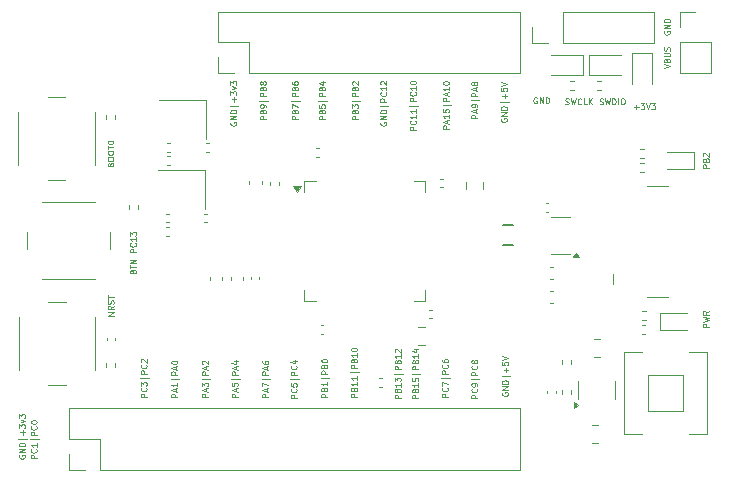
<source format=gbr>
%TF.GenerationSoftware,KiCad,Pcbnew,8.0.7*%
%TF.CreationDate,2024-12-26T08:41:20+02:00*%
%TF.ProjectId,STM32F405RGT6_BlackPill,53544d33-3246-4343-9035-524754365f42,rev?*%
%TF.SameCoordinates,Original*%
%TF.FileFunction,Legend,Top*%
%TF.FilePolarity,Positive*%
%FSLAX46Y46*%
G04 Gerber Fmt 4.6, Leading zero omitted, Abs format (unit mm)*
G04 Created by KiCad (PCBNEW 8.0.7) date 2024-12-26 08:41:20*
%MOMM*%
%LPD*%
G01*
G04 APERTURE LIST*
%ADD10C,0.125000*%
%ADD11C,0.120000*%
%ADD12C,0.152400*%
G04 APERTURE END LIST*
D10*
X92232309Y-68198716D02*
X91732309Y-68198716D01*
X91732309Y-68198716D02*
X91732309Y-68008240D01*
X91732309Y-68008240D02*
X91756119Y-67960621D01*
X91756119Y-67960621D02*
X91779928Y-67936811D01*
X91779928Y-67936811D02*
X91827547Y-67913002D01*
X91827547Y-67913002D02*
X91898976Y-67913002D01*
X91898976Y-67913002D02*
X91946595Y-67936811D01*
X91946595Y-67936811D02*
X91970404Y-67960621D01*
X91970404Y-67960621D02*
X91994214Y-68008240D01*
X91994214Y-68008240D02*
X91994214Y-68198716D01*
X92089452Y-67722525D02*
X92089452Y-67484430D01*
X92232309Y-67770144D02*
X91732309Y-67603478D01*
X91732309Y-67603478D02*
X92232309Y-67436811D01*
X92232309Y-67008240D02*
X92232309Y-67293954D01*
X92232309Y-67151097D02*
X91732309Y-67151097D01*
X91732309Y-67151097D02*
X91803738Y-67198716D01*
X91803738Y-67198716D02*
X91851357Y-67246335D01*
X91851357Y-67246335D02*
X91875166Y-67293954D01*
X92398976Y-66674907D02*
X91684690Y-66674907D01*
X92232309Y-66317765D02*
X91732309Y-66317765D01*
X91732309Y-66317765D02*
X91732309Y-66127289D01*
X91732309Y-66127289D02*
X91756119Y-66079670D01*
X91756119Y-66079670D02*
X91779928Y-66055860D01*
X91779928Y-66055860D02*
X91827547Y-66032051D01*
X91827547Y-66032051D02*
X91898976Y-66032051D01*
X91898976Y-66032051D02*
X91946595Y-66055860D01*
X91946595Y-66055860D02*
X91970404Y-66079670D01*
X91970404Y-66079670D02*
X91994214Y-66127289D01*
X91994214Y-66127289D02*
X91994214Y-66317765D01*
X92089452Y-65841574D02*
X92089452Y-65603479D01*
X92232309Y-65889193D02*
X91732309Y-65722527D01*
X91732309Y-65722527D02*
X92232309Y-65555860D01*
X91732309Y-65293956D02*
X91732309Y-65246337D01*
X91732309Y-65246337D02*
X91756119Y-65198718D01*
X91756119Y-65198718D02*
X91779928Y-65174908D01*
X91779928Y-65174908D02*
X91827547Y-65151099D01*
X91827547Y-65151099D02*
X91922785Y-65127289D01*
X91922785Y-65127289D02*
X92041833Y-65127289D01*
X92041833Y-65127289D02*
X92137071Y-65151099D01*
X92137071Y-65151099D02*
X92184690Y-65174908D01*
X92184690Y-65174908D02*
X92208500Y-65198718D01*
X92208500Y-65198718D02*
X92232309Y-65246337D01*
X92232309Y-65246337D02*
X92232309Y-65293956D01*
X92232309Y-65293956D02*
X92208500Y-65341575D01*
X92208500Y-65341575D02*
X92184690Y-65365384D01*
X92184690Y-65365384D02*
X92137071Y-65389194D01*
X92137071Y-65389194D02*
X92041833Y-65413003D01*
X92041833Y-65413003D02*
X91922785Y-65413003D01*
X91922785Y-65413003D02*
X91827547Y-65389194D01*
X91827547Y-65389194D02*
X91779928Y-65365384D01*
X91779928Y-65365384D02*
X91756119Y-65341575D01*
X91756119Y-65341575D02*
X91732309Y-65293956D01*
X86562904Y-48516666D02*
X86586714Y-48445238D01*
X86586714Y-48445238D02*
X86610523Y-48421428D01*
X86610523Y-48421428D02*
X86658142Y-48397619D01*
X86658142Y-48397619D02*
X86729571Y-48397619D01*
X86729571Y-48397619D02*
X86777190Y-48421428D01*
X86777190Y-48421428D02*
X86801000Y-48445238D01*
X86801000Y-48445238D02*
X86824809Y-48492857D01*
X86824809Y-48492857D02*
X86824809Y-48683333D01*
X86824809Y-48683333D02*
X86324809Y-48683333D01*
X86324809Y-48683333D02*
X86324809Y-48516666D01*
X86324809Y-48516666D02*
X86348619Y-48469047D01*
X86348619Y-48469047D02*
X86372428Y-48445238D01*
X86372428Y-48445238D02*
X86420047Y-48421428D01*
X86420047Y-48421428D02*
X86467666Y-48421428D01*
X86467666Y-48421428D02*
X86515285Y-48445238D01*
X86515285Y-48445238D02*
X86539095Y-48469047D01*
X86539095Y-48469047D02*
X86562904Y-48516666D01*
X86562904Y-48516666D02*
X86562904Y-48683333D01*
X86324809Y-48088095D02*
X86324809Y-47992857D01*
X86324809Y-47992857D02*
X86348619Y-47945238D01*
X86348619Y-47945238D02*
X86396238Y-47897619D01*
X86396238Y-47897619D02*
X86491476Y-47873809D01*
X86491476Y-47873809D02*
X86658142Y-47873809D01*
X86658142Y-47873809D02*
X86753380Y-47897619D01*
X86753380Y-47897619D02*
X86801000Y-47945238D01*
X86801000Y-47945238D02*
X86824809Y-47992857D01*
X86824809Y-47992857D02*
X86824809Y-48088095D01*
X86824809Y-48088095D02*
X86801000Y-48135714D01*
X86801000Y-48135714D02*
X86753380Y-48183333D01*
X86753380Y-48183333D02*
X86658142Y-48207142D01*
X86658142Y-48207142D02*
X86491476Y-48207142D01*
X86491476Y-48207142D02*
X86396238Y-48183333D01*
X86396238Y-48183333D02*
X86348619Y-48135714D01*
X86348619Y-48135714D02*
X86324809Y-48088095D01*
X86324809Y-47564285D02*
X86324809Y-47469047D01*
X86324809Y-47469047D02*
X86348619Y-47421428D01*
X86348619Y-47421428D02*
X86396238Y-47373809D01*
X86396238Y-47373809D02*
X86491476Y-47349999D01*
X86491476Y-47349999D02*
X86658142Y-47349999D01*
X86658142Y-47349999D02*
X86753380Y-47373809D01*
X86753380Y-47373809D02*
X86801000Y-47421428D01*
X86801000Y-47421428D02*
X86824809Y-47469047D01*
X86824809Y-47469047D02*
X86824809Y-47564285D01*
X86824809Y-47564285D02*
X86801000Y-47611904D01*
X86801000Y-47611904D02*
X86753380Y-47659523D01*
X86753380Y-47659523D02*
X86658142Y-47683332D01*
X86658142Y-47683332D02*
X86491476Y-47683332D01*
X86491476Y-47683332D02*
X86396238Y-47659523D01*
X86396238Y-47659523D02*
X86348619Y-47611904D01*
X86348619Y-47611904D02*
X86324809Y-47564285D01*
X86324809Y-47207141D02*
X86324809Y-46921427D01*
X86824809Y-47064284D02*
X86324809Y-47064284D01*
X86324809Y-46659523D02*
X86324809Y-46611904D01*
X86324809Y-46611904D02*
X86348619Y-46564285D01*
X86348619Y-46564285D02*
X86372428Y-46540475D01*
X86372428Y-46540475D02*
X86420047Y-46516666D01*
X86420047Y-46516666D02*
X86515285Y-46492856D01*
X86515285Y-46492856D02*
X86634333Y-46492856D01*
X86634333Y-46492856D02*
X86729571Y-46516666D01*
X86729571Y-46516666D02*
X86777190Y-46540475D01*
X86777190Y-46540475D02*
X86801000Y-46564285D01*
X86801000Y-46564285D02*
X86824809Y-46611904D01*
X86824809Y-46611904D02*
X86824809Y-46659523D01*
X86824809Y-46659523D02*
X86801000Y-46707142D01*
X86801000Y-46707142D02*
X86777190Y-46730951D01*
X86777190Y-46730951D02*
X86729571Y-46754761D01*
X86729571Y-46754761D02*
X86634333Y-46778570D01*
X86634333Y-46778570D02*
X86515285Y-46778570D01*
X86515285Y-46778570D02*
X86420047Y-46754761D01*
X86420047Y-46754761D02*
X86372428Y-46730951D01*
X86372428Y-46730951D02*
X86348619Y-46707142D01*
X86348619Y-46707142D02*
X86324809Y-46659523D01*
X102332309Y-68298716D02*
X101832309Y-68298716D01*
X101832309Y-68298716D02*
X101832309Y-68108240D01*
X101832309Y-68108240D02*
X101856119Y-68060621D01*
X101856119Y-68060621D02*
X101879928Y-68036811D01*
X101879928Y-68036811D02*
X101927547Y-68013002D01*
X101927547Y-68013002D02*
X101998976Y-68013002D01*
X101998976Y-68013002D02*
X102046595Y-68036811D01*
X102046595Y-68036811D02*
X102070404Y-68060621D01*
X102070404Y-68060621D02*
X102094214Y-68108240D01*
X102094214Y-68108240D02*
X102094214Y-68298716D01*
X102284690Y-67513002D02*
X102308500Y-67536811D01*
X102308500Y-67536811D02*
X102332309Y-67608240D01*
X102332309Y-67608240D02*
X102332309Y-67655859D01*
X102332309Y-67655859D02*
X102308500Y-67727287D01*
X102308500Y-67727287D02*
X102260880Y-67774906D01*
X102260880Y-67774906D02*
X102213261Y-67798716D01*
X102213261Y-67798716D02*
X102118023Y-67822525D01*
X102118023Y-67822525D02*
X102046595Y-67822525D01*
X102046595Y-67822525D02*
X101951357Y-67798716D01*
X101951357Y-67798716D02*
X101903738Y-67774906D01*
X101903738Y-67774906D02*
X101856119Y-67727287D01*
X101856119Y-67727287D02*
X101832309Y-67655859D01*
X101832309Y-67655859D02*
X101832309Y-67608240D01*
X101832309Y-67608240D02*
X101856119Y-67536811D01*
X101856119Y-67536811D02*
X101879928Y-67513002D01*
X101832309Y-67060621D02*
X101832309Y-67298716D01*
X101832309Y-67298716D02*
X102070404Y-67322525D01*
X102070404Y-67322525D02*
X102046595Y-67298716D01*
X102046595Y-67298716D02*
X102022785Y-67251097D01*
X102022785Y-67251097D02*
X102022785Y-67132049D01*
X102022785Y-67132049D02*
X102046595Y-67084430D01*
X102046595Y-67084430D02*
X102070404Y-67060621D01*
X102070404Y-67060621D02*
X102118023Y-67036811D01*
X102118023Y-67036811D02*
X102237071Y-67036811D01*
X102237071Y-67036811D02*
X102284690Y-67060621D01*
X102284690Y-67060621D02*
X102308500Y-67084430D01*
X102308500Y-67084430D02*
X102332309Y-67132049D01*
X102332309Y-67132049D02*
X102332309Y-67251097D01*
X102332309Y-67251097D02*
X102308500Y-67298716D01*
X102308500Y-67298716D02*
X102284690Y-67322525D01*
X102498976Y-66703478D02*
X101784690Y-66703478D01*
X102332309Y-66346336D02*
X101832309Y-66346336D01*
X101832309Y-66346336D02*
X101832309Y-66155860D01*
X101832309Y-66155860D02*
X101856119Y-66108241D01*
X101856119Y-66108241D02*
X101879928Y-66084431D01*
X101879928Y-66084431D02*
X101927547Y-66060622D01*
X101927547Y-66060622D02*
X101998976Y-66060622D01*
X101998976Y-66060622D02*
X102046595Y-66084431D01*
X102046595Y-66084431D02*
X102070404Y-66108241D01*
X102070404Y-66108241D02*
X102094214Y-66155860D01*
X102094214Y-66155860D02*
X102094214Y-66346336D01*
X102284690Y-65560622D02*
X102308500Y-65584431D01*
X102308500Y-65584431D02*
X102332309Y-65655860D01*
X102332309Y-65655860D02*
X102332309Y-65703479D01*
X102332309Y-65703479D02*
X102308500Y-65774907D01*
X102308500Y-65774907D02*
X102260880Y-65822526D01*
X102260880Y-65822526D02*
X102213261Y-65846336D01*
X102213261Y-65846336D02*
X102118023Y-65870145D01*
X102118023Y-65870145D02*
X102046595Y-65870145D01*
X102046595Y-65870145D02*
X101951357Y-65846336D01*
X101951357Y-65846336D02*
X101903738Y-65822526D01*
X101903738Y-65822526D02*
X101856119Y-65774907D01*
X101856119Y-65774907D02*
X101832309Y-65703479D01*
X101832309Y-65703479D02*
X101832309Y-65655860D01*
X101832309Y-65655860D02*
X101856119Y-65584431D01*
X101856119Y-65584431D02*
X101879928Y-65560622D01*
X101998976Y-65132050D02*
X102332309Y-65132050D01*
X101808500Y-65251098D02*
X102165642Y-65370145D01*
X102165642Y-65370145D02*
X102165642Y-65060622D01*
X115232309Y-45498716D02*
X114732309Y-45498716D01*
X114732309Y-45498716D02*
X114732309Y-45308240D01*
X114732309Y-45308240D02*
X114756119Y-45260621D01*
X114756119Y-45260621D02*
X114779928Y-45236811D01*
X114779928Y-45236811D02*
X114827547Y-45213002D01*
X114827547Y-45213002D02*
X114898976Y-45213002D01*
X114898976Y-45213002D02*
X114946595Y-45236811D01*
X114946595Y-45236811D02*
X114970404Y-45260621D01*
X114970404Y-45260621D02*
X114994214Y-45308240D01*
X114994214Y-45308240D02*
X114994214Y-45498716D01*
X115089452Y-45022525D02*
X115089452Y-44784430D01*
X115232309Y-45070144D02*
X114732309Y-44903478D01*
X114732309Y-44903478D02*
X115232309Y-44736811D01*
X115232309Y-44308240D02*
X115232309Y-44593954D01*
X115232309Y-44451097D02*
X114732309Y-44451097D01*
X114732309Y-44451097D02*
X114803738Y-44498716D01*
X114803738Y-44498716D02*
X114851357Y-44546335D01*
X114851357Y-44546335D02*
X114875166Y-44593954D01*
X114732309Y-43855860D02*
X114732309Y-44093955D01*
X114732309Y-44093955D02*
X114970404Y-44117764D01*
X114970404Y-44117764D02*
X114946595Y-44093955D01*
X114946595Y-44093955D02*
X114922785Y-44046336D01*
X114922785Y-44046336D02*
X114922785Y-43927288D01*
X114922785Y-43927288D02*
X114946595Y-43879669D01*
X114946595Y-43879669D02*
X114970404Y-43855860D01*
X114970404Y-43855860D02*
X115018023Y-43832050D01*
X115018023Y-43832050D02*
X115137071Y-43832050D01*
X115137071Y-43832050D02*
X115184690Y-43855860D01*
X115184690Y-43855860D02*
X115208500Y-43879669D01*
X115208500Y-43879669D02*
X115232309Y-43927288D01*
X115232309Y-43927288D02*
X115232309Y-44046336D01*
X115232309Y-44046336D02*
X115208500Y-44093955D01*
X115208500Y-44093955D02*
X115184690Y-44117764D01*
X115398976Y-43498717D02*
X114684690Y-43498717D01*
X115232309Y-43141575D02*
X114732309Y-43141575D01*
X114732309Y-43141575D02*
X114732309Y-42951099D01*
X114732309Y-42951099D02*
X114756119Y-42903480D01*
X114756119Y-42903480D02*
X114779928Y-42879670D01*
X114779928Y-42879670D02*
X114827547Y-42855861D01*
X114827547Y-42855861D02*
X114898976Y-42855861D01*
X114898976Y-42855861D02*
X114946595Y-42879670D01*
X114946595Y-42879670D02*
X114970404Y-42903480D01*
X114970404Y-42903480D02*
X114994214Y-42951099D01*
X114994214Y-42951099D02*
X114994214Y-43141575D01*
X115089452Y-42665384D02*
X115089452Y-42427289D01*
X115232309Y-42713003D02*
X114732309Y-42546337D01*
X114732309Y-42546337D02*
X115232309Y-42379670D01*
X115232309Y-41951099D02*
X115232309Y-42236813D01*
X115232309Y-42093956D02*
X114732309Y-42093956D01*
X114732309Y-42093956D02*
X114803738Y-42141575D01*
X114803738Y-42141575D02*
X114851357Y-42189194D01*
X114851357Y-42189194D02*
X114875166Y-42236813D01*
X114732309Y-41641576D02*
X114732309Y-41593957D01*
X114732309Y-41593957D02*
X114756119Y-41546338D01*
X114756119Y-41546338D02*
X114779928Y-41522528D01*
X114779928Y-41522528D02*
X114827547Y-41498719D01*
X114827547Y-41498719D02*
X114922785Y-41474909D01*
X114922785Y-41474909D02*
X115041833Y-41474909D01*
X115041833Y-41474909D02*
X115137071Y-41498719D01*
X115137071Y-41498719D02*
X115184690Y-41522528D01*
X115184690Y-41522528D02*
X115208500Y-41546338D01*
X115208500Y-41546338D02*
X115232309Y-41593957D01*
X115232309Y-41593957D02*
X115232309Y-41641576D01*
X115232309Y-41641576D02*
X115208500Y-41689195D01*
X115208500Y-41689195D02*
X115184690Y-41713004D01*
X115184690Y-41713004D02*
X115137071Y-41736814D01*
X115137071Y-41736814D02*
X115041833Y-41760623D01*
X115041833Y-41760623D02*
X114922785Y-41760623D01*
X114922785Y-41760623D02*
X114827547Y-41736814D01*
X114827547Y-41736814D02*
X114779928Y-41713004D01*
X114779928Y-41713004D02*
X114756119Y-41689195D01*
X114756119Y-41689195D02*
X114732309Y-41641576D01*
X119756119Y-67836811D02*
X119732309Y-67884430D01*
X119732309Y-67884430D02*
X119732309Y-67955859D01*
X119732309Y-67955859D02*
X119756119Y-68027287D01*
X119756119Y-68027287D02*
X119803738Y-68074906D01*
X119803738Y-68074906D02*
X119851357Y-68098716D01*
X119851357Y-68098716D02*
X119946595Y-68122525D01*
X119946595Y-68122525D02*
X120018023Y-68122525D01*
X120018023Y-68122525D02*
X120113261Y-68098716D01*
X120113261Y-68098716D02*
X120160880Y-68074906D01*
X120160880Y-68074906D02*
X120208500Y-68027287D01*
X120208500Y-68027287D02*
X120232309Y-67955859D01*
X120232309Y-67955859D02*
X120232309Y-67908240D01*
X120232309Y-67908240D02*
X120208500Y-67836811D01*
X120208500Y-67836811D02*
X120184690Y-67813002D01*
X120184690Y-67813002D02*
X120018023Y-67813002D01*
X120018023Y-67813002D02*
X120018023Y-67908240D01*
X120232309Y-67598716D02*
X119732309Y-67598716D01*
X119732309Y-67598716D02*
X120232309Y-67313002D01*
X120232309Y-67313002D02*
X119732309Y-67313002D01*
X120232309Y-67074906D02*
X119732309Y-67074906D01*
X119732309Y-67074906D02*
X119732309Y-66955858D01*
X119732309Y-66955858D02*
X119756119Y-66884430D01*
X119756119Y-66884430D02*
X119803738Y-66836811D01*
X119803738Y-66836811D02*
X119851357Y-66813001D01*
X119851357Y-66813001D02*
X119946595Y-66789192D01*
X119946595Y-66789192D02*
X120018023Y-66789192D01*
X120018023Y-66789192D02*
X120113261Y-66813001D01*
X120113261Y-66813001D02*
X120160880Y-66836811D01*
X120160880Y-66836811D02*
X120208500Y-66884430D01*
X120208500Y-66884430D02*
X120232309Y-66955858D01*
X120232309Y-66955858D02*
X120232309Y-67074906D01*
X120398976Y-66455858D02*
X119684690Y-66455858D01*
X120041833Y-66098716D02*
X120041833Y-65717764D01*
X120232309Y-65908240D02*
X119851357Y-65908240D01*
X119732309Y-65241573D02*
X119732309Y-65479668D01*
X119732309Y-65479668D02*
X119970404Y-65503477D01*
X119970404Y-65503477D02*
X119946595Y-65479668D01*
X119946595Y-65479668D02*
X119922785Y-65432049D01*
X119922785Y-65432049D02*
X119922785Y-65313001D01*
X119922785Y-65313001D02*
X119946595Y-65265382D01*
X119946595Y-65265382D02*
X119970404Y-65241573D01*
X119970404Y-65241573D02*
X120018023Y-65217763D01*
X120018023Y-65217763D02*
X120137071Y-65217763D01*
X120137071Y-65217763D02*
X120184690Y-65241573D01*
X120184690Y-65241573D02*
X120208500Y-65265382D01*
X120208500Y-65265382D02*
X120232309Y-65313001D01*
X120232309Y-65313001D02*
X120232309Y-65432049D01*
X120232309Y-65432049D02*
X120208500Y-65479668D01*
X120208500Y-65479668D02*
X120184690Y-65503477D01*
X119732309Y-65074906D02*
X120232309Y-64908240D01*
X120232309Y-64908240D02*
X119732309Y-64741573D01*
X107432309Y-68198716D02*
X106932309Y-68198716D01*
X106932309Y-68198716D02*
X106932309Y-68008240D01*
X106932309Y-68008240D02*
X106956119Y-67960621D01*
X106956119Y-67960621D02*
X106979928Y-67936811D01*
X106979928Y-67936811D02*
X107027547Y-67913002D01*
X107027547Y-67913002D02*
X107098976Y-67913002D01*
X107098976Y-67913002D02*
X107146595Y-67936811D01*
X107146595Y-67936811D02*
X107170404Y-67960621D01*
X107170404Y-67960621D02*
X107194214Y-68008240D01*
X107194214Y-68008240D02*
X107194214Y-68198716D01*
X107170404Y-67532049D02*
X107194214Y-67460621D01*
X107194214Y-67460621D02*
X107218023Y-67436811D01*
X107218023Y-67436811D02*
X107265642Y-67413002D01*
X107265642Y-67413002D02*
X107337071Y-67413002D01*
X107337071Y-67413002D02*
X107384690Y-67436811D01*
X107384690Y-67436811D02*
X107408500Y-67460621D01*
X107408500Y-67460621D02*
X107432309Y-67508240D01*
X107432309Y-67508240D02*
X107432309Y-67698716D01*
X107432309Y-67698716D02*
X106932309Y-67698716D01*
X106932309Y-67698716D02*
X106932309Y-67532049D01*
X106932309Y-67532049D02*
X106956119Y-67484430D01*
X106956119Y-67484430D02*
X106979928Y-67460621D01*
X106979928Y-67460621D02*
X107027547Y-67436811D01*
X107027547Y-67436811D02*
X107075166Y-67436811D01*
X107075166Y-67436811D02*
X107122785Y-67460621D01*
X107122785Y-67460621D02*
X107146595Y-67484430D01*
X107146595Y-67484430D02*
X107170404Y-67532049D01*
X107170404Y-67532049D02*
X107170404Y-67698716D01*
X107432309Y-66936811D02*
X107432309Y-67222525D01*
X107432309Y-67079668D02*
X106932309Y-67079668D01*
X106932309Y-67079668D02*
X107003738Y-67127287D01*
X107003738Y-67127287D02*
X107051357Y-67174906D01*
X107051357Y-67174906D02*
X107075166Y-67222525D01*
X107432309Y-66460621D02*
X107432309Y-66746335D01*
X107432309Y-66603478D02*
X106932309Y-66603478D01*
X106932309Y-66603478D02*
X107003738Y-66651097D01*
X107003738Y-66651097D02*
X107051357Y-66698716D01*
X107051357Y-66698716D02*
X107075166Y-66746335D01*
X107598976Y-66127288D02*
X106884690Y-66127288D01*
X107432309Y-65770146D02*
X106932309Y-65770146D01*
X106932309Y-65770146D02*
X106932309Y-65579670D01*
X106932309Y-65579670D02*
X106956119Y-65532051D01*
X106956119Y-65532051D02*
X106979928Y-65508241D01*
X106979928Y-65508241D02*
X107027547Y-65484432D01*
X107027547Y-65484432D02*
X107098976Y-65484432D01*
X107098976Y-65484432D02*
X107146595Y-65508241D01*
X107146595Y-65508241D02*
X107170404Y-65532051D01*
X107170404Y-65532051D02*
X107194214Y-65579670D01*
X107194214Y-65579670D02*
X107194214Y-65770146D01*
X107170404Y-65103479D02*
X107194214Y-65032051D01*
X107194214Y-65032051D02*
X107218023Y-65008241D01*
X107218023Y-65008241D02*
X107265642Y-64984432D01*
X107265642Y-64984432D02*
X107337071Y-64984432D01*
X107337071Y-64984432D02*
X107384690Y-65008241D01*
X107384690Y-65008241D02*
X107408500Y-65032051D01*
X107408500Y-65032051D02*
X107432309Y-65079670D01*
X107432309Y-65079670D02*
X107432309Y-65270146D01*
X107432309Y-65270146D02*
X106932309Y-65270146D01*
X106932309Y-65270146D02*
X106932309Y-65103479D01*
X106932309Y-65103479D02*
X106956119Y-65055860D01*
X106956119Y-65055860D02*
X106979928Y-65032051D01*
X106979928Y-65032051D02*
X107027547Y-65008241D01*
X107027547Y-65008241D02*
X107075166Y-65008241D01*
X107075166Y-65008241D02*
X107122785Y-65032051D01*
X107122785Y-65032051D02*
X107146595Y-65055860D01*
X107146595Y-65055860D02*
X107170404Y-65103479D01*
X107170404Y-65103479D02*
X107170404Y-65270146D01*
X107432309Y-64508241D02*
X107432309Y-64793955D01*
X107432309Y-64651098D02*
X106932309Y-64651098D01*
X106932309Y-64651098D02*
X107003738Y-64698717D01*
X107003738Y-64698717D02*
X107051357Y-64746336D01*
X107051357Y-64746336D02*
X107075166Y-64793955D01*
X106932309Y-64198718D02*
X106932309Y-64151099D01*
X106932309Y-64151099D02*
X106956119Y-64103480D01*
X106956119Y-64103480D02*
X106979928Y-64079670D01*
X106979928Y-64079670D02*
X107027547Y-64055861D01*
X107027547Y-64055861D02*
X107122785Y-64032051D01*
X107122785Y-64032051D02*
X107241833Y-64032051D01*
X107241833Y-64032051D02*
X107337071Y-64055861D01*
X107337071Y-64055861D02*
X107384690Y-64079670D01*
X107384690Y-64079670D02*
X107408500Y-64103480D01*
X107408500Y-64103480D02*
X107432309Y-64151099D01*
X107432309Y-64151099D02*
X107432309Y-64198718D01*
X107432309Y-64198718D02*
X107408500Y-64246337D01*
X107408500Y-64246337D02*
X107384690Y-64270146D01*
X107384690Y-64270146D02*
X107337071Y-64293956D01*
X107337071Y-64293956D02*
X107241833Y-64317765D01*
X107241833Y-64317765D02*
X107122785Y-64317765D01*
X107122785Y-64317765D02*
X107027547Y-64293956D01*
X107027547Y-64293956D02*
X106979928Y-64270146D01*
X106979928Y-64270146D02*
X106956119Y-64246337D01*
X106956119Y-64246337D02*
X106932309Y-64198718D01*
X78856119Y-73136811D02*
X78832309Y-73184430D01*
X78832309Y-73184430D02*
X78832309Y-73255859D01*
X78832309Y-73255859D02*
X78856119Y-73327287D01*
X78856119Y-73327287D02*
X78903738Y-73374906D01*
X78903738Y-73374906D02*
X78951357Y-73398716D01*
X78951357Y-73398716D02*
X79046595Y-73422525D01*
X79046595Y-73422525D02*
X79118023Y-73422525D01*
X79118023Y-73422525D02*
X79213261Y-73398716D01*
X79213261Y-73398716D02*
X79260880Y-73374906D01*
X79260880Y-73374906D02*
X79308500Y-73327287D01*
X79308500Y-73327287D02*
X79332309Y-73255859D01*
X79332309Y-73255859D02*
X79332309Y-73208240D01*
X79332309Y-73208240D02*
X79308500Y-73136811D01*
X79308500Y-73136811D02*
X79284690Y-73113002D01*
X79284690Y-73113002D02*
X79118023Y-73113002D01*
X79118023Y-73113002D02*
X79118023Y-73208240D01*
X79332309Y-72898716D02*
X78832309Y-72898716D01*
X78832309Y-72898716D02*
X79332309Y-72613002D01*
X79332309Y-72613002D02*
X78832309Y-72613002D01*
X79332309Y-72374906D02*
X78832309Y-72374906D01*
X78832309Y-72374906D02*
X78832309Y-72255858D01*
X78832309Y-72255858D02*
X78856119Y-72184430D01*
X78856119Y-72184430D02*
X78903738Y-72136811D01*
X78903738Y-72136811D02*
X78951357Y-72113001D01*
X78951357Y-72113001D02*
X79046595Y-72089192D01*
X79046595Y-72089192D02*
X79118023Y-72089192D01*
X79118023Y-72089192D02*
X79213261Y-72113001D01*
X79213261Y-72113001D02*
X79260880Y-72136811D01*
X79260880Y-72136811D02*
X79308500Y-72184430D01*
X79308500Y-72184430D02*
X79332309Y-72255858D01*
X79332309Y-72255858D02*
X79332309Y-72374906D01*
X79498976Y-71755858D02*
X78784690Y-71755858D01*
X79141833Y-71398716D02*
X79141833Y-71017764D01*
X79332309Y-71208240D02*
X78951357Y-71208240D01*
X78832309Y-70827287D02*
X78832309Y-70517763D01*
X78832309Y-70517763D02*
X79022785Y-70684430D01*
X79022785Y-70684430D02*
X79022785Y-70613001D01*
X79022785Y-70613001D02*
X79046595Y-70565382D01*
X79046595Y-70565382D02*
X79070404Y-70541573D01*
X79070404Y-70541573D02*
X79118023Y-70517763D01*
X79118023Y-70517763D02*
X79237071Y-70517763D01*
X79237071Y-70517763D02*
X79284690Y-70541573D01*
X79284690Y-70541573D02*
X79308500Y-70565382D01*
X79308500Y-70565382D02*
X79332309Y-70613001D01*
X79332309Y-70613001D02*
X79332309Y-70755858D01*
X79332309Y-70755858D02*
X79308500Y-70803477D01*
X79308500Y-70803477D02*
X79284690Y-70827287D01*
X78998976Y-70351097D02*
X79332309Y-70232049D01*
X79332309Y-70232049D02*
X78998976Y-70113002D01*
X78832309Y-69970145D02*
X78832309Y-69660621D01*
X78832309Y-69660621D02*
X79022785Y-69827288D01*
X79022785Y-69827288D02*
X79022785Y-69755859D01*
X79022785Y-69755859D02*
X79046595Y-69708240D01*
X79046595Y-69708240D02*
X79070404Y-69684431D01*
X79070404Y-69684431D02*
X79118023Y-69660621D01*
X79118023Y-69660621D02*
X79237071Y-69660621D01*
X79237071Y-69660621D02*
X79284690Y-69684431D01*
X79284690Y-69684431D02*
X79308500Y-69708240D01*
X79308500Y-69708240D02*
X79332309Y-69755859D01*
X79332309Y-69755859D02*
X79332309Y-69898716D01*
X79332309Y-69898716D02*
X79308500Y-69946335D01*
X79308500Y-69946335D02*
X79284690Y-69970145D01*
X107532309Y-44698716D02*
X107032309Y-44698716D01*
X107032309Y-44698716D02*
X107032309Y-44508240D01*
X107032309Y-44508240D02*
X107056119Y-44460621D01*
X107056119Y-44460621D02*
X107079928Y-44436811D01*
X107079928Y-44436811D02*
X107127547Y-44413002D01*
X107127547Y-44413002D02*
X107198976Y-44413002D01*
X107198976Y-44413002D02*
X107246595Y-44436811D01*
X107246595Y-44436811D02*
X107270404Y-44460621D01*
X107270404Y-44460621D02*
X107294214Y-44508240D01*
X107294214Y-44508240D02*
X107294214Y-44698716D01*
X107270404Y-44032049D02*
X107294214Y-43960621D01*
X107294214Y-43960621D02*
X107318023Y-43936811D01*
X107318023Y-43936811D02*
X107365642Y-43913002D01*
X107365642Y-43913002D02*
X107437071Y-43913002D01*
X107437071Y-43913002D02*
X107484690Y-43936811D01*
X107484690Y-43936811D02*
X107508500Y-43960621D01*
X107508500Y-43960621D02*
X107532309Y-44008240D01*
X107532309Y-44008240D02*
X107532309Y-44198716D01*
X107532309Y-44198716D02*
X107032309Y-44198716D01*
X107032309Y-44198716D02*
X107032309Y-44032049D01*
X107032309Y-44032049D02*
X107056119Y-43984430D01*
X107056119Y-43984430D02*
X107079928Y-43960621D01*
X107079928Y-43960621D02*
X107127547Y-43936811D01*
X107127547Y-43936811D02*
X107175166Y-43936811D01*
X107175166Y-43936811D02*
X107222785Y-43960621D01*
X107222785Y-43960621D02*
X107246595Y-43984430D01*
X107246595Y-43984430D02*
X107270404Y-44032049D01*
X107270404Y-44032049D02*
X107270404Y-44198716D01*
X107032309Y-43746335D02*
X107032309Y-43436811D01*
X107032309Y-43436811D02*
X107222785Y-43603478D01*
X107222785Y-43603478D02*
X107222785Y-43532049D01*
X107222785Y-43532049D02*
X107246595Y-43484430D01*
X107246595Y-43484430D02*
X107270404Y-43460621D01*
X107270404Y-43460621D02*
X107318023Y-43436811D01*
X107318023Y-43436811D02*
X107437071Y-43436811D01*
X107437071Y-43436811D02*
X107484690Y-43460621D01*
X107484690Y-43460621D02*
X107508500Y-43484430D01*
X107508500Y-43484430D02*
X107532309Y-43532049D01*
X107532309Y-43532049D02*
X107532309Y-43674906D01*
X107532309Y-43674906D02*
X107508500Y-43722525D01*
X107508500Y-43722525D02*
X107484690Y-43746335D01*
X107698976Y-43103478D02*
X106984690Y-43103478D01*
X107532309Y-42746336D02*
X107032309Y-42746336D01*
X107032309Y-42746336D02*
X107032309Y-42555860D01*
X107032309Y-42555860D02*
X107056119Y-42508241D01*
X107056119Y-42508241D02*
X107079928Y-42484431D01*
X107079928Y-42484431D02*
X107127547Y-42460622D01*
X107127547Y-42460622D02*
X107198976Y-42460622D01*
X107198976Y-42460622D02*
X107246595Y-42484431D01*
X107246595Y-42484431D02*
X107270404Y-42508241D01*
X107270404Y-42508241D02*
X107294214Y-42555860D01*
X107294214Y-42555860D02*
X107294214Y-42746336D01*
X107270404Y-42079669D02*
X107294214Y-42008241D01*
X107294214Y-42008241D02*
X107318023Y-41984431D01*
X107318023Y-41984431D02*
X107365642Y-41960622D01*
X107365642Y-41960622D02*
X107437071Y-41960622D01*
X107437071Y-41960622D02*
X107484690Y-41984431D01*
X107484690Y-41984431D02*
X107508500Y-42008241D01*
X107508500Y-42008241D02*
X107532309Y-42055860D01*
X107532309Y-42055860D02*
X107532309Y-42246336D01*
X107532309Y-42246336D02*
X107032309Y-42246336D01*
X107032309Y-42246336D02*
X107032309Y-42079669D01*
X107032309Y-42079669D02*
X107056119Y-42032050D01*
X107056119Y-42032050D02*
X107079928Y-42008241D01*
X107079928Y-42008241D02*
X107127547Y-41984431D01*
X107127547Y-41984431D02*
X107175166Y-41984431D01*
X107175166Y-41984431D02*
X107222785Y-42008241D01*
X107222785Y-42008241D02*
X107246595Y-42032050D01*
X107246595Y-42032050D02*
X107270404Y-42079669D01*
X107270404Y-42079669D02*
X107270404Y-42246336D01*
X107079928Y-41770145D02*
X107056119Y-41746336D01*
X107056119Y-41746336D02*
X107032309Y-41698717D01*
X107032309Y-41698717D02*
X107032309Y-41579669D01*
X107032309Y-41579669D02*
X107056119Y-41532050D01*
X107056119Y-41532050D02*
X107079928Y-41508241D01*
X107079928Y-41508241D02*
X107127547Y-41484431D01*
X107127547Y-41484431D02*
X107175166Y-41484431D01*
X107175166Y-41484431D02*
X107246595Y-41508241D01*
X107246595Y-41508241D02*
X107532309Y-41793955D01*
X107532309Y-41793955D02*
X107532309Y-41484431D01*
X125077474Y-43408500D02*
X125148902Y-43432309D01*
X125148902Y-43432309D02*
X125267950Y-43432309D01*
X125267950Y-43432309D02*
X125315569Y-43408500D01*
X125315569Y-43408500D02*
X125339378Y-43384690D01*
X125339378Y-43384690D02*
X125363188Y-43337071D01*
X125363188Y-43337071D02*
X125363188Y-43289452D01*
X125363188Y-43289452D02*
X125339378Y-43241833D01*
X125339378Y-43241833D02*
X125315569Y-43218023D01*
X125315569Y-43218023D02*
X125267950Y-43194214D01*
X125267950Y-43194214D02*
X125172712Y-43170404D01*
X125172712Y-43170404D02*
X125125093Y-43146595D01*
X125125093Y-43146595D02*
X125101283Y-43122785D01*
X125101283Y-43122785D02*
X125077474Y-43075166D01*
X125077474Y-43075166D02*
X125077474Y-43027547D01*
X125077474Y-43027547D02*
X125101283Y-42979928D01*
X125101283Y-42979928D02*
X125125093Y-42956119D01*
X125125093Y-42956119D02*
X125172712Y-42932309D01*
X125172712Y-42932309D02*
X125291759Y-42932309D01*
X125291759Y-42932309D02*
X125363188Y-42956119D01*
X125529854Y-42932309D02*
X125648902Y-43432309D01*
X125648902Y-43432309D02*
X125744140Y-43075166D01*
X125744140Y-43075166D02*
X125839378Y-43432309D01*
X125839378Y-43432309D02*
X125958426Y-42932309D01*
X126434616Y-43384690D02*
X126410807Y-43408500D01*
X126410807Y-43408500D02*
X126339378Y-43432309D01*
X126339378Y-43432309D02*
X126291759Y-43432309D01*
X126291759Y-43432309D02*
X126220331Y-43408500D01*
X126220331Y-43408500D02*
X126172712Y-43360880D01*
X126172712Y-43360880D02*
X126148902Y-43313261D01*
X126148902Y-43313261D02*
X126125093Y-43218023D01*
X126125093Y-43218023D02*
X126125093Y-43146595D01*
X126125093Y-43146595D02*
X126148902Y-43051357D01*
X126148902Y-43051357D02*
X126172712Y-43003738D01*
X126172712Y-43003738D02*
X126220331Y-42956119D01*
X126220331Y-42956119D02*
X126291759Y-42932309D01*
X126291759Y-42932309D02*
X126339378Y-42932309D01*
X126339378Y-42932309D02*
X126410807Y-42956119D01*
X126410807Y-42956119D02*
X126434616Y-42979928D01*
X126886997Y-43432309D02*
X126648902Y-43432309D01*
X126648902Y-43432309D02*
X126648902Y-42932309D01*
X127053664Y-43432309D02*
X127053664Y-42932309D01*
X127339378Y-43432309D02*
X127125093Y-43146595D01*
X127339378Y-42932309D02*
X127053664Y-43218023D01*
X111132309Y-68298716D02*
X110632309Y-68298716D01*
X110632309Y-68298716D02*
X110632309Y-68108240D01*
X110632309Y-68108240D02*
X110656119Y-68060621D01*
X110656119Y-68060621D02*
X110679928Y-68036811D01*
X110679928Y-68036811D02*
X110727547Y-68013002D01*
X110727547Y-68013002D02*
X110798976Y-68013002D01*
X110798976Y-68013002D02*
X110846595Y-68036811D01*
X110846595Y-68036811D02*
X110870404Y-68060621D01*
X110870404Y-68060621D02*
X110894214Y-68108240D01*
X110894214Y-68108240D02*
X110894214Y-68298716D01*
X110870404Y-67632049D02*
X110894214Y-67560621D01*
X110894214Y-67560621D02*
X110918023Y-67536811D01*
X110918023Y-67536811D02*
X110965642Y-67513002D01*
X110965642Y-67513002D02*
X111037071Y-67513002D01*
X111037071Y-67513002D02*
X111084690Y-67536811D01*
X111084690Y-67536811D02*
X111108500Y-67560621D01*
X111108500Y-67560621D02*
X111132309Y-67608240D01*
X111132309Y-67608240D02*
X111132309Y-67798716D01*
X111132309Y-67798716D02*
X110632309Y-67798716D01*
X110632309Y-67798716D02*
X110632309Y-67632049D01*
X110632309Y-67632049D02*
X110656119Y-67584430D01*
X110656119Y-67584430D02*
X110679928Y-67560621D01*
X110679928Y-67560621D02*
X110727547Y-67536811D01*
X110727547Y-67536811D02*
X110775166Y-67536811D01*
X110775166Y-67536811D02*
X110822785Y-67560621D01*
X110822785Y-67560621D02*
X110846595Y-67584430D01*
X110846595Y-67584430D02*
X110870404Y-67632049D01*
X110870404Y-67632049D02*
X110870404Y-67798716D01*
X111132309Y-67036811D02*
X111132309Y-67322525D01*
X111132309Y-67179668D02*
X110632309Y-67179668D01*
X110632309Y-67179668D02*
X110703738Y-67227287D01*
X110703738Y-67227287D02*
X110751357Y-67274906D01*
X110751357Y-67274906D02*
X110775166Y-67322525D01*
X110632309Y-66870145D02*
X110632309Y-66560621D01*
X110632309Y-66560621D02*
X110822785Y-66727288D01*
X110822785Y-66727288D02*
X110822785Y-66655859D01*
X110822785Y-66655859D02*
X110846595Y-66608240D01*
X110846595Y-66608240D02*
X110870404Y-66584431D01*
X110870404Y-66584431D02*
X110918023Y-66560621D01*
X110918023Y-66560621D02*
X111037071Y-66560621D01*
X111037071Y-66560621D02*
X111084690Y-66584431D01*
X111084690Y-66584431D02*
X111108500Y-66608240D01*
X111108500Y-66608240D02*
X111132309Y-66655859D01*
X111132309Y-66655859D02*
X111132309Y-66798716D01*
X111132309Y-66798716D02*
X111108500Y-66846335D01*
X111108500Y-66846335D02*
X111084690Y-66870145D01*
X111298976Y-66227288D02*
X110584690Y-66227288D01*
X111132309Y-65870146D02*
X110632309Y-65870146D01*
X110632309Y-65870146D02*
X110632309Y-65679670D01*
X110632309Y-65679670D02*
X110656119Y-65632051D01*
X110656119Y-65632051D02*
X110679928Y-65608241D01*
X110679928Y-65608241D02*
X110727547Y-65584432D01*
X110727547Y-65584432D02*
X110798976Y-65584432D01*
X110798976Y-65584432D02*
X110846595Y-65608241D01*
X110846595Y-65608241D02*
X110870404Y-65632051D01*
X110870404Y-65632051D02*
X110894214Y-65679670D01*
X110894214Y-65679670D02*
X110894214Y-65870146D01*
X110870404Y-65203479D02*
X110894214Y-65132051D01*
X110894214Y-65132051D02*
X110918023Y-65108241D01*
X110918023Y-65108241D02*
X110965642Y-65084432D01*
X110965642Y-65084432D02*
X111037071Y-65084432D01*
X111037071Y-65084432D02*
X111084690Y-65108241D01*
X111084690Y-65108241D02*
X111108500Y-65132051D01*
X111108500Y-65132051D02*
X111132309Y-65179670D01*
X111132309Y-65179670D02*
X111132309Y-65370146D01*
X111132309Y-65370146D02*
X110632309Y-65370146D01*
X110632309Y-65370146D02*
X110632309Y-65203479D01*
X110632309Y-65203479D02*
X110656119Y-65155860D01*
X110656119Y-65155860D02*
X110679928Y-65132051D01*
X110679928Y-65132051D02*
X110727547Y-65108241D01*
X110727547Y-65108241D02*
X110775166Y-65108241D01*
X110775166Y-65108241D02*
X110822785Y-65132051D01*
X110822785Y-65132051D02*
X110846595Y-65155860D01*
X110846595Y-65155860D02*
X110870404Y-65203479D01*
X110870404Y-65203479D02*
X110870404Y-65370146D01*
X111132309Y-64608241D02*
X111132309Y-64893955D01*
X111132309Y-64751098D02*
X110632309Y-64751098D01*
X110632309Y-64751098D02*
X110703738Y-64798717D01*
X110703738Y-64798717D02*
X110751357Y-64846336D01*
X110751357Y-64846336D02*
X110775166Y-64893955D01*
X110679928Y-64417765D02*
X110656119Y-64393956D01*
X110656119Y-64393956D02*
X110632309Y-64346337D01*
X110632309Y-64346337D02*
X110632309Y-64227289D01*
X110632309Y-64227289D02*
X110656119Y-64179670D01*
X110656119Y-64179670D02*
X110679928Y-64155861D01*
X110679928Y-64155861D02*
X110727547Y-64132051D01*
X110727547Y-64132051D02*
X110775166Y-64132051D01*
X110775166Y-64132051D02*
X110846595Y-64155861D01*
X110846595Y-64155861D02*
X111132309Y-64441575D01*
X111132309Y-64441575D02*
X111132309Y-64132051D01*
X112632309Y-68298716D02*
X112132309Y-68298716D01*
X112132309Y-68298716D02*
X112132309Y-68108240D01*
X112132309Y-68108240D02*
X112156119Y-68060621D01*
X112156119Y-68060621D02*
X112179928Y-68036811D01*
X112179928Y-68036811D02*
X112227547Y-68013002D01*
X112227547Y-68013002D02*
X112298976Y-68013002D01*
X112298976Y-68013002D02*
X112346595Y-68036811D01*
X112346595Y-68036811D02*
X112370404Y-68060621D01*
X112370404Y-68060621D02*
X112394214Y-68108240D01*
X112394214Y-68108240D02*
X112394214Y-68298716D01*
X112370404Y-67632049D02*
X112394214Y-67560621D01*
X112394214Y-67560621D02*
X112418023Y-67536811D01*
X112418023Y-67536811D02*
X112465642Y-67513002D01*
X112465642Y-67513002D02*
X112537071Y-67513002D01*
X112537071Y-67513002D02*
X112584690Y-67536811D01*
X112584690Y-67536811D02*
X112608500Y-67560621D01*
X112608500Y-67560621D02*
X112632309Y-67608240D01*
X112632309Y-67608240D02*
X112632309Y-67798716D01*
X112632309Y-67798716D02*
X112132309Y-67798716D01*
X112132309Y-67798716D02*
X112132309Y-67632049D01*
X112132309Y-67632049D02*
X112156119Y-67584430D01*
X112156119Y-67584430D02*
X112179928Y-67560621D01*
X112179928Y-67560621D02*
X112227547Y-67536811D01*
X112227547Y-67536811D02*
X112275166Y-67536811D01*
X112275166Y-67536811D02*
X112322785Y-67560621D01*
X112322785Y-67560621D02*
X112346595Y-67584430D01*
X112346595Y-67584430D02*
X112370404Y-67632049D01*
X112370404Y-67632049D02*
X112370404Y-67798716D01*
X112632309Y-67036811D02*
X112632309Y-67322525D01*
X112632309Y-67179668D02*
X112132309Y-67179668D01*
X112132309Y-67179668D02*
X112203738Y-67227287D01*
X112203738Y-67227287D02*
X112251357Y-67274906D01*
X112251357Y-67274906D02*
X112275166Y-67322525D01*
X112132309Y-66584431D02*
X112132309Y-66822526D01*
X112132309Y-66822526D02*
X112370404Y-66846335D01*
X112370404Y-66846335D02*
X112346595Y-66822526D01*
X112346595Y-66822526D02*
X112322785Y-66774907D01*
X112322785Y-66774907D02*
X112322785Y-66655859D01*
X112322785Y-66655859D02*
X112346595Y-66608240D01*
X112346595Y-66608240D02*
X112370404Y-66584431D01*
X112370404Y-66584431D02*
X112418023Y-66560621D01*
X112418023Y-66560621D02*
X112537071Y-66560621D01*
X112537071Y-66560621D02*
X112584690Y-66584431D01*
X112584690Y-66584431D02*
X112608500Y-66608240D01*
X112608500Y-66608240D02*
X112632309Y-66655859D01*
X112632309Y-66655859D02*
X112632309Y-66774907D01*
X112632309Y-66774907D02*
X112608500Y-66822526D01*
X112608500Y-66822526D02*
X112584690Y-66846335D01*
X112798976Y-66227288D02*
X112084690Y-66227288D01*
X112632309Y-65870146D02*
X112132309Y-65870146D01*
X112132309Y-65870146D02*
X112132309Y-65679670D01*
X112132309Y-65679670D02*
X112156119Y-65632051D01*
X112156119Y-65632051D02*
X112179928Y-65608241D01*
X112179928Y-65608241D02*
X112227547Y-65584432D01*
X112227547Y-65584432D02*
X112298976Y-65584432D01*
X112298976Y-65584432D02*
X112346595Y-65608241D01*
X112346595Y-65608241D02*
X112370404Y-65632051D01*
X112370404Y-65632051D02*
X112394214Y-65679670D01*
X112394214Y-65679670D02*
X112394214Y-65870146D01*
X112370404Y-65203479D02*
X112394214Y-65132051D01*
X112394214Y-65132051D02*
X112418023Y-65108241D01*
X112418023Y-65108241D02*
X112465642Y-65084432D01*
X112465642Y-65084432D02*
X112537071Y-65084432D01*
X112537071Y-65084432D02*
X112584690Y-65108241D01*
X112584690Y-65108241D02*
X112608500Y-65132051D01*
X112608500Y-65132051D02*
X112632309Y-65179670D01*
X112632309Y-65179670D02*
X112632309Y-65370146D01*
X112632309Y-65370146D02*
X112132309Y-65370146D01*
X112132309Y-65370146D02*
X112132309Y-65203479D01*
X112132309Y-65203479D02*
X112156119Y-65155860D01*
X112156119Y-65155860D02*
X112179928Y-65132051D01*
X112179928Y-65132051D02*
X112227547Y-65108241D01*
X112227547Y-65108241D02*
X112275166Y-65108241D01*
X112275166Y-65108241D02*
X112322785Y-65132051D01*
X112322785Y-65132051D02*
X112346595Y-65155860D01*
X112346595Y-65155860D02*
X112370404Y-65203479D01*
X112370404Y-65203479D02*
X112370404Y-65370146D01*
X112632309Y-64608241D02*
X112632309Y-64893955D01*
X112632309Y-64751098D02*
X112132309Y-64751098D01*
X112132309Y-64751098D02*
X112203738Y-64798717D01*
X112203738Y-64798717D02*
X112251357Y-64846336D01*
X112251357Y-64846336D02*
X112275166Y-64893955D01*
X112298976Y-64179670D02*
X112632309Y-64179670D01*
X112108500Y-64298718D02*
X112465642Y-64417765D01*
X112465642Y-64417765D02*
X112465642Y-64108242D01*
X119656119Y-44636811D02*
X119632309Y-44684430D01*
X119632309Y-44684430D02*
X119632309Y-44755859D01*
X119632309Y-44755859D02*
X119656119Y-44827287D01*
X119656119Y-44827287D02*
X119703738Y-44874906D01*
X119703738Y-44874906D02*
X119751357Y-44898716D01*
X119751357Y-44898716D02*
X119846595Y-44922525D01*
X119846595Y-44922525D02*
X119918023Y-44922525D01*
X119918023Y-44922525D02*
X120013261Y-44898716D01*
X120013261Y-44898716D02*
X120060880Y-44874906D01*
X120060880Y-44874906D02*
X120108500Y-44827287D01*
X120108500Y-44827287D02*
X120132309Y-44755859D01*
X120132309Y-44755859D02*
X120132309Y-44708240D01*
X120132309Y-44708240D02*
X120108500Y-44636811D01*
X120108500Y-44636811D02*
X120084690Y-44613002D01*
X120084690Y-44613002D02*
X119918023Y-44613002D01*
X119918023Y-44613002D02*
X119918023Y-44708240D01*
X120132309Y-44398716D02*
X119632309Y-44398716D01*
X119632309Y-44398716D02*
X120132309Y-44113002D01*
X120132309Y-44113002D02*
X119632309Y-44113002D01*
X120132309Y-43874906D02*
X119632309Y-43874906D01*
X119632309Y-43874906D02*
X119632309Y-43755858D01*
X119632309Y-43755858D02*
X119656119Y-43684430D01*
X119656119Y-43684430D02*
X119703738Y-43636811D01*
X119703738Y-43636811D02*
X119751357Y-43613001D01*
X119751357Y-43613001D02*
X119846595Y-43589192D01*
X119846595Y-43589192D02*
X119918023Y-43589192D01*
X119918023Y-43589192D02*
X120013261Y-43613001D01*
X120013261Y-43613001D02*
X120060880Y-43636811D01*
X120060880Y-43636811D02*
X120108500Y-43684430D01*
X120108500Y-43684430D02*
X120132309Y-43755858D01*
X120132309Y-43755858D02*
X120132309Y-43874906D01*
X120298976Y-43255858D02*
X119584690Y-43255858D01*
X119941833Y-42898716D02*
X119941833Y-42517764D01*
X120132309Y-42708240D02*
X119751357Y-42708240D01*
X119632309Y-42041573D02*
X119632309Y-42279668D01*
X119632309Y-42279668D02*
X119870404Y-42303477D01*
X119870404Y-42303477D02*
X119846595Y-42279668D01*
X119846595Y-42279668D02*
X119822785Y-42232049D01*
X119822785Y-42232049D02*
X119822785Y-42113001D01*
X119822785Y-42113001D02*
X119846595Y-42065382D01*
X119846595Y-42065382D02*
X119870404Y-42041573D01*
X119870404Y-42041573D02*
X119918023Y-42017763D01*
X119918023Y-42017763D02*
X120037071Y-42017763D01*
X120037071Y-42017763D02*
X120084690Y-42041573D01*
X120084690Y-42041573D02*
X120108500Y-42065382D01*
X120108500Y-42065382D02*
X120132309Y-42113001D01*
X120132309Y-42113001D02*
X120132309Y-42232049D01*
X120132309Y-42232049D02*
X120108500Y-42279668D01*
X120108500Y-42279668D02*
X120084690Y-42303477D01*
X119632309Y-41874906D02*
X120132309Y-41708240D01*
X120132309Y-41708240D02*
X119632309Y-41541573D01*
X86844809Y-61321428D02*
X86344809Y-61321428D01*
X86344809Y-61321428D02*
X86844809Y-61035714D01*
X86844809Y-61035714D02*
X86344809Y-61035714D01*
X86844809Y-60511904D02*
X86606714Y-60678570D01*
X86844809Y-60797618D02*
X86344809Y-60797618D01*
X86344809Y-60797618D02*
X86344809Y-60607142D01*
X86344809Y-60607142D02*
X86368619Y-60559523D01*
X86368619Y-60559523D02*
X86392428Y-60535713D01*
X86392428Y-60535713D02*
X86440047Y-60511904D01*
X86440047Y-60511904D02*
X86511476Y-60511904D01*
X86511476Y-60511904D02*
X86559095Y-60535713D01*
X86559095Y-60535713D02*
X86582904Y-60559523D01*
X86582904Y-60559523D02*
X86606714Y-60607142D01*
X86606714Y-60607142D02*
X86606714Y-60797618D01*
X86821000Y-60321427D02*
X86844809Y-60249999D01*
X86844809Y-60249999D02*
X86844809Y-60130951D01*
X86844809Y-60130951D02*
X86821000Y-60083332D01*
X86821000Y-60083332D02*
X86797190Y-60059523D01*
X86797190Y-60059523D02*
X86749571Y-60035713D01*
X86749571Y-60035713D02*
X86701952Y-60035713D01*
X86701952Y-60035713D02*
X86654333Y-60059523D01*
X86654333Y-60059523D02*
X86630523Y-60083332D01*
X86630523Y-60083332D02*
X86606714Y-60130951D01*
X86606714Y-60130951D02*
X86582904Y-60226189D01*
X86582904Y-60226189D02*
X86559095Y-60273808D01*
X86559095Y-60273808D02*
X86535285Y-60297618D01*
X86535285Y-60297618D02*
X86487666Y-60321427D01*
X86487666Y-60321427D02*
X86440047Y-60321427D01*
X86440047Y-60321427D02*
X86392428Y-60297618D01*
X86392428Y-60297618D02*
X86368619Y-60273808D01*
X86368619Y-60273808D02*
X86344809Y-60226189D01*
X86344809Y-60226189D02*
X86344809Y-60107142D01*
X86344809Y-60107142D02*
X86368619Y-60035713D01*
X86344809Y-59892856D02*
X86344809Y-59607142D01*
X86844809Y-59749999D02*
X86344809Y-59749999D01*
X96756119Y-44936811D02*
X96732309Y-44984430D01*
X96732309Y-44984430D02*
X96732309Y-45055859D01*
X96732309Y-45055859D02*
X96756119Y-45127287D01*
X96756119Y-45127287D02*
X96803738Y-45174906D01*
X96803738Y-45174906D02*
X96851357Y-45198716D01*
X96851357Y-45198716D02*
X96946595Y-45222525D01*
X96946595Y-45222525D02*
X97018023Y-45222525D01*
X97018023Y-45222525D02*
X97113261Y-45198716D01*
X97113261Y-45198716D02*
X97160880Y-45174906D01*
X97160880Y-45174906D02*
X97208500Y-45127287D01*
X97208500Y-45127287D02*
X97232309Y-45055859D01*
X97232309Y-45055859D02*
X97232309Y-45008240D01*
X97232309Y-45008240D02*
X97208500Y-44936811D01*
X97208500Y-44936811D02*
X97184690Y-44913002D01*
X97184690Y-44913002D02*
X97018023Y-44913002D01*
X97018023Y-44913002D02*
X97018023Y-45008240D01*
X97232309Y-44698716D02*
X96732309Y-44698716D01*
X96732309Y-44698716D02*
X97232309Y-44413002D01*
X97232309Y-44413002D02*
X96732309Y-44413002D01*
X97232309Y-44174906D02*
X96732309Y-44174906D01*
X96732309Y-44174906D02*
X96732309Y-44055858D01*
X96732309Y-44055858D02*
X96756119Y-43984430D01*
X96756119Y-43984430D02*
X96803738Y-43936811D01*
X96803738Y-43936811D02*
X96851357Y-43913001D01*
X96851357Y-43913001D02*
X96946595Y-43889192D01*
X96946595Y-43889192D02*
X97018023Y-43889192D01*
X97018023Y-43889192D02*
X97113261Y-43913001D01*
X97113261Y-43913001D02*
X97160880Y-43936811D01*
X97160880Y-43936811D02*
X97208500Y-43984430D01*
X97208500Y-43984430D02*
X97232309Y-44055858D01*
X97232309Y-44055858D02*
X97232309Y-44174906D01*
X97398976Y-43555858D02*
X96684690Y-43555858D01*
X97041833Y-43198716D02*
X97041833Y-42817764D01*
X97232309Y-43008240D02*
X96851357Y-43008240D01*
X96732309Y-42627287D02*
X96732309Y-42317763D01*
X96732309Y-42317763D02*
X96922785Y-42484430D01*
X96922785Y-42484430D02*
X96922785Y-42413001D01*
X96922785Y-42413001D02*
X96946595Y-42365382D01*
X96946595Y-42365382D02*
X96970404Y-42341573D01*
X96970404Y-42341573D02*
X97018023Y-42317763D01*
X97018023Y-42317763D02*
X97137071Y-42317763D01*
X97137071Y-42317763D02*
X97184690Y-42341573D01*
X97184690Y-42341573D02*
X97208500Y-42365382D01*
X97208500Y-42365382D02*
X97232309Y-42413001D01*
X97232309Y-42413001D02*
X97232309Y-42555858D01*
X97232309Y-42555858D02*
X97208500Y-42603477D01*
X97208500Y-42603477D02*
X97184690Y-42627287D01*
X96898976Y-42151097D02*
X97232309Y-42032049D01*
X97232309Y-42032049D02*
X96898976Y-41913002D01*
X96732309Y-41770145D02*
X96732309Y-41460621D01*
X96732309Y-41460621D02*
X96922785Y-41627288D01*
X96922785Y-41627288D02*
X96922785Y-41555859D01*
X96922785Y-41555859D02*
X96946595Y-41508240D01*
X96946595Y-41508240D02*
X96970404Y-41484431D01*
X96970404Y-41484431D02*
X97018023Y-41460621D01*
X97018023Y-41460621D02*
X97137071Y-41460621D01*
X97137071Y-41460621D02*
X97184690Y-41484431D01*
X97184690Y-41484431D02*
X97208500Y-41508240D01*
X97208500Y-41508240D02*
X97232309Y-41555859D01*
X97232309Y-41555859D02*
X97232309Y-41698716D01*
X97232309Y-41698716D02*
X97208500Y-41746335D01*
X97208500Y-41746335D02*
X97184690Y-41770145D01*
X97332309Y-68198716D02*
X96832309Y-68198716D01*
X96832309Y-68198716D02*
X96832309Y-68008240D01*
X96832309Y-68008240D02*
X96856119Y-67960621D01*
X96856119Y-67960621D02*
X96879928Y-67936811D01*
X96879928Y-67936811D02*
X96927547Y-67913002D01*
X96927547Y-67913002D02*
X96998976Y-67913002D01*
X96998976Y-67913002D02*
X97046595Y-67936811D01*
X97046595Y-67936811D02*
X97070404Y-67960621D01*
X97070404Y-67960621D02*
X97094214Y-68008240D01*
X97094214Y-68008240D02*
X97094214Y-68198716D01*
X97189452Y-67722525D02*
X97189452Y-67484430D01*
X97332309Y-67770144D02*
X96832309Y-67603478D01*
X96832309Y-67603478D02*
X97332309Y-67436811D01*
X96832309Y-67032050D02*
X96832309Y-67270145D01*
X96832309Y-67270145D02*
X97070404Y-67293954D01*
X97070404Y-67293954D02*
X97046595Y-67270145D01*
X97046595Y-67270145D02*
X97022785Y-67222526D01*
X97022785Y-67222526D02*
X97022785Y-67103478D01*
X97022785Y-67103478D02*
X97046595Y-67055859D01*
X97046595Y-67055859D02*
X97070404Y-67032050D01*
X97070404Y-67032050D02*
X97118023Y-67008240D01*
X97118023Y-67008240D02*
X97237071Y-67008240D01*
X97237071Y-67008240D02*
X97284690Y-67032050D01*
X97284690Y-67032050D02*
X97308500Y-67055859D01*
X97308500Y-67055859D02*
X97332309Y-67103478D01*
X97332309Y-67103478D02*
X97332309Y-67222526D01*
X97332309Y-67222526D02*
X97308500Y-67270145D01*
X97308500Y-67270145D02*
X97284690Y-67293954D01*
X97498976Y-66674907D02*
X96784690Y-66674907D01*
X97332309Y-66317765D02*
X96832309Y-66317765D01*
X96832309Y-66317765D02*
X96832309Y-66127289D01*
X96832309Y-66127289D02*
X96856119Y-66079670D01*
X96856119Y-66079670D02*
X96879928Y-66055860D01*
X96879928Y-66055860D02*
X96927547Y-66032051D01*
X96927547Y-66032051D02*
X96998976Y-66032051D01*
X96998976Y-66032051D02*
X97046595Y-66055860D01*
X97046595Y-66055860D02*
X97070404Y-66079670D01*
X97070404Y-66079670D02*
X97094214Y-66127289D01*
X97094214Y-66127289D02*
X97094214Y-66317765D01*
X97189452Y-65841574D02*
X97189452Y-65603479D01*
X97332309Y-65889193D02*
X96832309Y-65722527D01*
X96832309Y-65722527D02*
X97332309Y-65555860D01*
X96998976Y-65174908D02*
X97332309Y-65174908D01*
X96808500Y-65293956D02*
X97165642Y-65413003D01*
X97165642Y-65413003D02*
X97165642Y-65103480D01*
X104732309Y-44698716D02*
X104232309Y-44698716D01*
X104232309Y-44698716D02*
X104232309Y-44508240D01*
X104232309Y-44508240D02*
X104256119Y-44460621D01*
X104256119Y-44460621D02*
X104279928Y-44436811D01*
X104279928Y-44436811D02*
X104327547Y-44413002D01*
X104327547Y-44413002D02*
X104398976Y-44413002D01*
X104398976Y-44413002D02*
X104446595Y-44436811D01*
X104446595Y-44436811D02*
X104470404Y-44460621D01*
X104470404Y-44460621D02*
X104494214Y-44508240D01*
X104494214Y-44508240D02*
X104494214Y-44698716D01*
X104470404Y-44032049D02*
X104494214Y-43960621D01*
X104494214Y-43960621D02*
X104518023Y-43936811D01*
X104518023Y-43936811D02*
X104565642Y-43913002D01*
X104565642Y-43913002D02*
X104637071Y-43913002D01*
X104637071Y-43913002D02*
X104684690Y-43936811D01*
X104684690Y-43936811D02*
X104708500Y-43960621D01*
X104708500Y-43960621D02*
X104732309Y-44008240D01*
X104732309Y-44008240D02*
X104732309Y-44198716D01*
X104732309Y-44198716D02*
X104232309Y-44198716D01*
X104232309Y-44198716D02*
X104232309Y-44032049D01*
X104232309Y-44032049D02*
X104256119Y-43984430D01*
X104256119Y-43984430D02*
X104279928Y-43960621D01*
X104279928Y-43960621D02*
X104327547Y-43936811D01*
X104327547Y-43936811D02*
X104375166Y-43936811D01*
X104375166Y-43936811D02*
X104422785Y-43960621D01*
X104422785Y-43960621D02*
X104446595Y-43984430D01*
X104446595Y-43984430D02*
X104470404Y-44032049D01*
X104470404Y-44032049D02*
X104470404Y-44198716D01*
X104232309Y-43460621D02*
X104232309Y-43698716D01*
X104232309Y-43698716D02*
X104470404Y-43722525D01*
X104470404Y-43722525D02*
X104446595Y-43698716D01*
X104446595Y-43698716D02*
X104422785Y-43651097D01*
X104422785Y-43651097D02*
X104422785Y-43532049D01*
X104422785Y-43532049D02*
X104446595Y-43484430D01*
X104446595Y-43484430D02*
X104470404Y-43460621D01*
X104470404Y-43460621D02*
X104518023Y-43436811D01*
X104518023Y-43436811D02*
X104637071Y-43436811D01*
X104637071Y-43436811D02*
X104684690Y-43460621D01*
X104684690Y-43460621D02*
X104708500Y-43484430D01*
X104708500Y-43484430D02*
X104732309Y-43532049D01*
X104732309Y-43532049D02*
X104732309Y-43651097D01*
X104732309Y-43651097D02*
X104708500Y-43698716D01*
X104708500Y-43698716D02*
X104684690Y-43722525D01*
X104898976Y-43103478D02*
X104184690Y-43103478D01*
X104732309Y-42746336D02*
X104232309Y-42746336D01*
X104232309Y-42746336D02*
X104232309Y-42555860D01*
X104232309Y-42555860D02*
X104256119Y-42508241D01*
X104256119Y-42508241D02*
X104279928Y-42484431D01*
X104279928Y-42484431D02*
X104327547Y-42460622D01*
X104327547Y-42460622D02*
X104398976Y-42460622D01*
X104398976Y-42460622D02*
X104446595Y-42484431D01*
X104446595Y-42484431D02*
X104470404Y-42508241D01*
X104470404Y-42508241D02*
X104494214Y-42555860D01*
X104494214Y-42555860D02*
X104494214Y-42746336D01*
X104470404Y-42079669D02*
X104494214Y-42008241D01*
X104494214Y-42008241D02*
X104518023Y-41984431D01*
X104518023Y-41984431D02*
X104565642Y-41960622D01*
X104565642Y-41960622D02*
X104637071Y-41960622D01*
X104637071Y-41960622D02*
X104684690Y-41984431D01*
X104684690Y-41984431D02*
X104708500Y-42008241D01*
X104708500Y-42008241D02*
X104732309Y-42055860D01*
X104732309Y-42055860D02*
X104732309Y-42246336D01*
X104732309Y-42246336D02*
X104232309Y-42246336D01*
X104232309Y-42246336D02*
X104232309Y-42079669D01*
X104232309Y-42079669D02*
X104256119Y-42032050D01*
X104256119Y-42032050D02*
X104279928Y-42008241D01*
X104279928Y-42008241D02*
X104327547Y-41984431D01*
X104327547Y-41984431D02*
X104375166Y-41984431D01*
X104375166Y-41984431D02*
X104422785Y-42008241D01*
X104422785Y-42008241D02*
X104446595Y-42032050D01*
X104446595Y-42032050D02*
X104470404Y-42079669D01*
X104470404Y-42079669D02*
X104470404Y-42246336D01*
X104398976Y-41532050D02*
X104732309Y-41532050D01*
X104208500Y-41651098D02*
X104565642Y-41770145D01*
X104565642Y-41770145D02*
X104565642Y-41460622D01*
X102432309Y-44698716D02*
X101932309Y-44698716D01*
X101932309Y-44698716D02*
X101932309Y-44508240D01*
X101932309Y-44508240D02*
X101956119Y-44460621D01*
X101956119Y-44460621D02*
X101979928Y-44436811D01*
X101979928Y-44436811D02*
X102027547Y-44413002D01*
X102027547Y-44413002D02*
X102098976Y-44413002D01*
X102098976Y-44413002D02*
X102146595Y-44436811D01*
X102146595Y-44436811D02*
X102170404Y-44460621D01*
X102170404Y-44460621D02*
X102194214Y-44508240D01*
X102194214Y-44508240D02*
X102194214Y-44698716D01*
X102170404Y-44032049D02*
X102194214Y-43960621D01*
X102194214Y-43960621D02*
X102218023Y-43936811D01*
X102218023Y-43936811D02*
X102265642Y-43913002D01*
X102265642Y-43913002D02*
X102337071Y-43913002D01*
X102337071Y-43913002D02*
X102384690Y-43936811D01*
X102384690Y-43936811D02*
X102408500Y-43960621D01*
X102408500Y-43960621D02*
X102432309Y-44008240D01*
X102432309Y-44008240D02*
X102432309Y-44198716D01*
X102432309Y-44198716D02*
X101932309Y-44198716D01*
X101932309Y-44198716D02*
X101932309Y-44032049D01*
X101932309Y-44032049D02*
X101956119Y-43984430D01*
X101956119Y-43984430D02*
X101979928Y-43960621D01*
X101979928Y-43960621D02*
X102027547Y-43936811D01*
X102027547Y-43936811D02*
X102075166Y-43936811D01*
X102075166Y-43936811D02*
X102122785Y-43960621D01*
X102122785Y-43960621D02*
X102146595Y-43984430D01*
X102146595Y-43984430D02*
X102170404Y-44032049D01*
X102170404Y-44032049D02*
X102170404Y-44198716D01*
X101932309Y-43746335D02*
X101932309Y-43413002D01*
X101932309Y-43413002D02*
X102432309Y-43627287D01*
X102598976Y-43103478D02*
X101884690Y-43103478D01*
X102432309Y-42746336D02*
X101932309Y-42746336D01*
X101932309Y-42746336D02*
X101932309Y-42555860D01*
X101932309Y-42555860D02*
X101956119Y-42508241D01*
X101956119Y-42508241D02*
X101979928Y-42484431D01*
X101979928Y-42484431D02*
X102027547Y-42460622D01*
X102027547Y-42460622D02*
X102098976Y-42460622D01*
X102098976Y-42460622D02*
X102146595Y-42484431D01*
X102146595Y-42484431D02*
X102170404Y-42508241D01*
X102170404Y-42508241D02*
X102194214Y-42555860D01*
X102194214Y-42555860D02*
X102194214Y-42746336D01*
X102170404Y-42079669D02*
X102194214Y-42008241D01*
X102194214Y-42008241D02*
X102218023Y-41984431D01*
X102218023Y-41984431D02*
X102265642Y-41960622D01*
X102265642Y-41960622D02*
X102337071Y-41960622D01*
X102337071Y-41960622D02*
X102384690Y-41984431D01*
X102384690Y-41984431D02*
X102408500Y-42008241D01*
X102408500Y-42008241D02*
X102432309Y-42055860D01*
X102432309Y-42055860D02*
X102432309Y-42246336D01*
X102432309Y-42246336D02*
X101932309Y-42246336D01*
X101932309Y-42246336D02*
X101932309Y-42079669D01*
X101932309Y-42079669D02*
X101956119Y-42032050D01*
X101956119Y-42032050D02*
X101979928Y-42008241D01*
X101979928Y-42008241D02*
X102027547Y-41984431D01*
X102027547Y-41984431D02*
X102075166Y-41984431D01*
X102075166Y-41984431D02*
X102122785Y-42008241D01*
X102122785Y-42008241D02*
X102146595Y-42032050D01*
X102146595Y-42032050D02*
X102170404Y-42079669D01*
X102170404Y-42079669D02*
X102170404Y-42246336D01*
X101932309Y-41532050D02*
X101932309Y-41627288D01*
X101932309Y-41627288D02*
X101956119Y-41674907D01*
X101956119Y-41674907D02*
X101979928Y-41698717D01*
X101979928Y-41698717D02*
X102051357Y-41746336D01*
X102051357Y-41746336D02*
X102146595Y-41770145D01*
X102146595Y-41770145D02*
X102337071Y-41770145D01*
X102337071Y-41770145D02*
X102384690Y-41746336D01*
X102384690Y-41746336D02*
X102408500Y-41722526D01*
X102408500Y-41722526D02*
X102432309Y-41674907D01*
X102432309Y-41674907D02*
X102432309Y-41579669D01*
X102432309Y-41579669D02*
X102408500Y-41532050D01*
X102408500Y-41532050D02*
X102384690Y-41508241D01*
X102384690Y-41508241D02*
X102337071Y-41484431D01*
X102337071Y-41484431D02*
X102218023Y-41484431D01*
X102218023Y-41484431D02*
X102170404Y-41508241D01*
X102170404Y-41508241D02*
X102146595Y-41532050D01*
X102146595Y-41532050D02*
X102122785Y-41579669D01*
X102122785Y-41579669D02*
X102122785Y-41674907D01*
X102122785Y-41674907D02*
X102146595Y-41722526D01*
X102146595Y-41722526D02*
X102170404Y-41746336D01*
X102170404Y-41746336D02*
X102218023Y-41770145D01*
X109456119Y-44936811D02*
X109432309Y-44984430D01*
X109432309Y-44984430D02*
X109432309Y-45055859D01*
X109432309Y-45055859D02*
X109456119Y-45127287D01*
X109456119Y-45127287D02*
X109503738Y-45174906D01*
X109503738Y-45174906D02*
X109551357Y-45198716D01*
X109551357Y-45198716D02*
X109646595Y-45222525D01*
X109646595Y-45222525D02*
X109718023Y-45222525D01*
X109718023Y-45222525D02*
X109813261Y-45198716D01*
X109813261Y-45198716D02*
X109860880Y-45174906D01*
X109860880Y-45174906D02*
X109908500Y-45127287D01*
X109908500Y-45127287D02*
X109932309Y-45055859D01*
X109932309Y-45055859D02*
X109932309Y-45008240D01*
X109932309Y-45008240D02*
X109908500Y-44936811D01*
X109908500Y-44936811D02*
X109884690Y-44913002D01*
X109884690Y-44913002D02*
X109718023Y-44913002D01*
X109718023Y-44913002D02*
X109718023Y-45008240D01*
X109932309Y-44698716D02*
X109432309Y-44698716D01*
X109432309Y-44698716D02*
X109932309Y-44413002D01*
X109932309Y-44413002D02*
X109432309Y-44413002D01*
X109932309Y-44174906D02*
X109432309Y-44174906D01*
X109432309Y-44174906D02*
X109432309Y-44055858D01*
X109432309Y-44055858D02*
X109456119Y-43984430D01*
X109456119Y-43984430D02*
X109503738Y-43936811D01*
X109503738Y-43936811D02*
X109551357Y-43913001D01*
X109551357Y-43913001D02*
X109646595Y-43889192D01*
X109646595Y-43889192D02*
X109718023Y-43889192D01*
X109718023Y-43889192D02*
X109813261Y-43913001D01*
X109813261Y-43913001D02*
X109860880Y-43936811D01*
X109860880Y-43936811D02*
X109908500Y-43984430D01*
X109908500Y-43984430D02*
X109932309Y-44055858D01*
X109932309Y-44055858D02*
X109932309Y-44174906D01*
X110098976Y-43555858D02*
X109384690Y-43555858D01*
X109932309Y-43198716D02*
X109432309Y-43198716D01*
X109432309Y-43198716D02*
X109432309Y-43008240D01*
X109432309Y-43008240D02*
X109456119Y-42960621D01*
X109456119Y-42960621D02*
X109479928Y-42936811D01*
X109479928Y-42936811D02*
X109527547Y-42913002D01*
X109527547Y-42913002D02*
X109598976Y-42913002D01*
X109598976Y-42913002D02*
X109646595Y-42936811D01*
X109646595Y-42936811D02*
X109670404Y-42960621D01*
X109670404Y-42960621D02*
X109694214Y-43008240D01*
X109694214Y-43008240D02*
X109694214Y-43198716D01*
X109884690Y-42413002D02*
X109908500Y-42436811D01*
X109908500Y-42436811D02*
X109932309Y-42508240D01*
X109932309Y-42508240D02*
X109932309Y-42555859D01*
X109932309Y-42555859D02*
X109908500Y-42627287D01*
X109908500Y-42627287D02*
X109860880Y-42674906D01*
X109860880Y-42674906D02*
X109813261Y-42698716D01*
X109813261Y-42698716D02*
X109718023Y-42722525D01*
X109718023Y-42722525D02*
X109646595Y-42722525D01*
X109646595Y-42722525D02*
X109551357Y-42698716D01*
X109551357Y-42698716D02*
X109503738Y-42674906D01*
X109503738Y-42674906D02*
X109456119Y-42627287D01*
X109456119Y-42627287D02*
X109432309Y-42555859D01*
X109432309Y-42555859D02*
X109432309Y-42508240D01*
X109432309Y-42508240D02*
X109456119Y-42436811D01*
X109456119Y-42436811D02*
X109479928Y-42413002D01*
X109932309Y-41936811D02*
X109932309Y-42222525D01*
X109932309Y-42079668D02*
X109432309Y-42079668D01*
X109432309Y-42079668D02*
X109503738Y-42127287D01*
X109503738Y-42127287D02*
X109551357Y-42174906D01*
X109551357Y-42174906D02*
X109575166Y-42222525D01*
X109479928Y-41746335D02*
X109456119Y-41722526D01*
X109456119Y-41722526D02*
X109432309Y-41674907D01*
X109432309Y-41674907D02*
X109432309Y-41555859D01*
X109432309Y-41555859D02*
X109456119Y-41508240D01*
X109456119Y-41508240D02*
X109479928Y-41484431D01*
X109479928Y-41484431D02*
X109527547Y-41460621D01*
X109527547Y-41460621D02*
X109575166Y-41460621D01*
X109575166Y-41460621D02*
X109646595Y-41484431D01*
X109646595Y-41484431D02*
X109932309Y-41770145D01*
X109932309Y-41770145D02*
X109932309Y-41460621D01*
X127977474Y-43408500D02*
X128048902Y-43432309D01*
X128048902Y-43432309D02*
X128167950Y-43432309D01*
X128167950Y-43432309D02*
X128215569Y-43408500D01*
X128215569Y-43408500D02*
X128239378Y-43384690D01*
X128239378Y-43384690D02*
X128263188Y-43337071D01*
X128263188Y-43337071D02*
X128263188Y-43289452D01*
X128263188Y-43289452D02*
X128239378Y-43241833D01*
X128239378Y-43241833D02*
X128215569Y-43218023D01*
X128215569Y-43218023D02*
X128167950Y-43194214D01*
X128167950Y-43194214D02*
X128072712Y-43170404D01*
X128072712Y-43170404D02*
X128025093Y-43146595D01*
X128025093Y-43146595D02*
X128001283Y-43122785D01*
X128001283Y-43122785D02*
X127977474Y-43075166D01*
X127977474Y-43075166D02*
X127977474Y-43027547D01*
X127977474Y-43027547D02*
X128001283Y-42979928D01*
X128001283Y-42979928D02*
X128025093Y-42956119D01*
X128025093Y-42956119D02*
X128072712Y-42932309D01*
X128072712Y-42932309D02*
X128191759Y-42932309D01*
X128191759Y-42932309D02*
X128263188Y-42956119D01*
X128429854Y-42932309D02*
X128548902Y-43432309D01*
X128548902Y-43432309D02*
X128644140Y-43075166D01*
X128644140Y-43075166D02*
X128739378Y-43432309D01*
X128739378Y-43432309D02*
X128858426Y-42932309D01*
X129048902Y-43432309D02*
X129048902Y-42932309D01*
X129048902Y-42932309D02*
X129167950Y-42932309D01*
X129167950Y-42932309D02*
X129239378Y-42956119D01*
X129239378Y-42956119D02*
X129286997Y-43003738D01*
X129286997Y-43003738D02*
X129310807Y-43051357D01*
X129310807Y-43051357D02*
X129334616Y-43146595D01*
X129334616Y-43146595D02*
X129334616Y-43218023D01*
X129334616Y-43218023D02*
X129310807Y-43313261D01*
X129310807Y-43313261D02*
X129286997Y-43360880D01*
X129286997Y-43360880D02*
X129239378Y-43408500D01*
X129239378Y-43408500D02*
X129167950Y-43432309D01*
X129167950Y-43432309D02*
X129048902Y-43432309D01*
X129548902Y-43432309D02*
X129548902Y-42932309D01*
X129882235Y-42932309D02*
X129977473Y-42932309D01*
X129977473Y-42932309D02*
X130025092Y-42956119D01*
X130025092Y-42956119D02*
X130072711Y-43003738D01*
X130072711Y-43003738D02*
X130096521Y-43098976D01*
X130096521Y-43098976D02*
X130096521Y-43265642D01*
X130096521Y-43265642D02*
X130072711Y-43360880D01*
X130072711Y-43360880D02*
X130025092Y-43408500D01*
X130025092Y-43408500D02*
X129977473Y-43432309D01*
X129977473Y-43432309D02*
X129882235Y-43432309D01*
X129882235Y-43432309D02*
X129834616Y-43408500D01*
X129834616Y-43408500D02*
X129786997Y-43360880D01*
X129786997Y-43360880D02*
X129763188Y-43265642D01*
X129763188Y-43265642D02*
X129763188Y-43098976D01*
X129763188Y-43098976D02*
X129786997Y-43003738D01*
X129786997Y-43003738D02*
X129834616Y-42956119D01*
X129834616Y-42956119D02*
X129882235Y-42932309D01*
X80332309Y-73398716D02*
X79832309Y-73398716D01*
X79832309Y-73398716D02*
X79832309Y-73208240D01*
X79832309Y-73208240D02*
X79856119Y-73160621D01*
X79856119Y-73160621D02*
X79879928Y-73136811D01*
X79879928Y-73136811D02*
X79927547Y-73113002D01*
X79927547Y-73113002D02*
X79998976Y-73113002D01*
X79998976Y-73113002D02*
X80046595Y-73136811D01*
X80046595Y-73136811D02*
X80070404Y-73160621D01*
X80070404Y-73160621D02*
X80094214Y-73208240D01*
X80094214Y-73208240D02*
X80094214Y-73398716D01*
X80284690Y-72613002D02*
X80308500Y-72636811D01*
X80308500Y-72636811D02*
X80332309Y-72708240D01*
X80332309Y-72708240D02*
X80332309Y-72755859D01*
X80332309Y-72755859D02*
X80308500Y-72827287D01*
X80308500Y-72827287D02*
X80260880Y-72874906D01*
X80260880Y-72874906D02*
X80213261Y-72898716D01*
X80213261Y-72898716D02*
X80118023Y-72922525D01*
X80118023Y-72922525D02*
X80046595Y-72922525D01*
X80046595Y-72922525D02*
X79951357Y-72898716D01*
X79951357Y-72898716D02*
X79903738Y-72874906D01*
X79903738Y-72874906D02*
X79856119Y-72827287D01*
X79856119Y-72827287D02*
X79832309Y-72755859D01*
X79832309Y-72755859D02*
X79832309Y-72708240D01*
X79832309Y-72708240D02*
X79856119Y-72636811D01*
X79856119Y-72636811D02*
X79879928Y-72613002D01*
X80332309Y-72136811D02*
X80332309Y-72422525D01*
X80332309Y-72279668D02*
X79832309Y-72279668D01*
X79832309Y-72279668D02*
X79903738Y-72327287D01*
X79903738Y-72327287D02*
X79951357Y-72374906D01*
X79951357Y-72374906D02*
X79975166Y-72422525D01*
X80498976Y-71803478D02*
X79784690Y-71803478D01*
X80332309Y-71446336D02*
X79832309Y-71446336D01*
X79832309Y-71446336D02*
X79832309Y-71255860D01*
X79832309Y-71255860D02*
X79856119Y-71208241D01*
X79856119Y-71208241D02*
X79879928Y-71184431D01*
X79879928Y-71184431D02*
X79927547Y-71160622D01*
X79927547Y-71160622D02*
X79998976Y-71160622D01*
X79998976Y-71160622D02*
X80046595Y-71184431D01*
X80046595Y-71184431D02*
X80070404Y-71208241D01*
X80070404Y-71208241D02*
X80094214Y-71255860D01*
X80094214Y-71255860D02*
X80094214Y-71446336D01*
X80284690Y-70660622D02*
X80308500Y-70684431D01*
X80308500Y-70684431D02*
X80332309Y-70755860D01*
X80332309Y-70755860D02*
X80332309Y-70803479D01*
X80332309Y-70803479D02*
X80308500Y-70874907D01*
X80308500Y-70874907D02*
X80260880Y-70922526D01*
X80260880Y-70922526D02*
X80213261Y-70946336D01*
X80213261Y-70946336D02*
X80118023Y-70970145D01*
X80118023Y-70970145D02*
X80046595Y-70970145D01*
X80046595Y-70970145D02*
X79951357Y-70946336D01*
X79951357Y-70946336D02*
X79903738Y-70922526D01*
X79903738Y-70922526D02*
X79856119Y-70874907D01*
X79856119Y-70874907D02*
X79832309Y-70803479D01*
X79832309Y-70803479D02*
X79832309Y-70755860D01*
X79832309Y-70755860D02*
X79856119Y-70684431D01*
X79856119Y-70684431D02*
X79879928Y-70660622D01*
X79832309Y-70351098D02*
X79832309Y-70303479D01*
X79832309Y-70303479D02*
X79856119Y-70255860D01*
X79856119Y-70255860D02*
X79879928Y-70232050D01*
X79879928Y-70232050D02*
X79927547Y-70208241D01*
X79927547Y-70208241D02*
X80022785Y-70184431D01*
X80022785Y-70184431D02*
X80141833Y-70184431D01*
X80141833Y-70184431D02*
X80237071Y-70208241D01*
X80237071Y-70208241D02*
X80284690Y-70232050D01*
X80284690Y-70232050D02*
X80308500Y-70255860D01*
X80308500Y-70255860D02*
X80332309Y-70303479D01*
X80332309Y-70303479D02*
X80332309Y-70351098D01*
X80332309Y-70351098D02*
X80308500Y-70398717D01*
X80308500Y-70398717D02*
X80284690Y-70422526D01*
X80284690Y-70422526D02*
X80237071Y-70446336D01*
X80237071Y-70446336D02*
X80141833Y-70470145D01*
X80141833Y-70470145D02*
X80022785Y-70470145D01*
X80022785Y-70470145D02*
X79927547Y-70446336D01*
X79927547Y-70446336D02*
X79879928Y-70422526D01*
X79879928Y-70422526D02*
X79856119Y-70398717D01*
X79856119Y-70398717D02*
X79832309Y-70351098D01*
X133432309Y-40370144D02*
X133932309Y-40203478D01*
X133932309Y-40203478D02*
X133432309Y-40036811D01*
X133670404Y-39703478D02*
X133694214Y-39632050D01*
X133694214Y-39632050D02*
X133718023Y-39608240D01*
X133718023Y-39608240D02*
X133765642Y-39584431D01*
X133765642Y-39584431D02*
X133837071Y-39584431D01*
X133837071Y-39584431D02*
X133884690Y-39608240D01*
X133884690Y-39608240D02*
X133908500Y-39632050D01*
X133908500Y-39632050D02*
X133932309Y-39679669D01*
X133932309Y-39679669D02*
X133932309Y-39870145D01*
X133932309Y-39870145D02*
X133432309Y-39870145D01*
X133432309Y-39870145D02*
X133432309Y-39703478D01*
X133432309Y-39703478D02*
X133456119Y-39655859D01*
X133456119Y-39655859D02*
X133479928Y-39632050D01*
X133479928Y-39632050D02*
X133527547Y-39608240D01*
X133527547Y-39608240D02*
X133575166Y-39608240D01*
X133575166Y-39608240D02*
X133622785Y-39632050D01*
X133622785Y-39632050D02*
X133646595Y-39655859D01*
X133646595Y-39655859D02*
X133670404Y-39703478D01*
X133670404Y-39703478D02*
X133670404Y-39870145D01*
X133432309Y-39370145D02*
X133837071Y-39370145D01*
X133837071Y-39370145D02*
X133884690Y-39346335D01*
X133884690Y-39346335D02*
X133908500Y-39322526D01*
X133908500Y-39322526D02*
X133932309Y-39274907D01*
X133932309Y-39274907D02*
X133932309Y-39179669D01*
X133932309Y-39179669D02*
X133908500Y-39132050D01*
X133908500Y-39132050D02*
X133884690Y-39108240D01*
X133884690Y-39108240D02*
X133837071Y-39084431D01*
X133837071Y-39084431D02*
X133432309Y-39084431D01*
X133908500Y-38870144D02*
X133932309Y-38798716D01*
X133932309Y-38798716D02*
X133932309Y-38679668D01*
X133932309Y-38679668D02*
X133908500Y-38632049D01*
X133908500Y-38632049D02*
X133884690Y-38608240D01*
X133884690Y-38608240D02*
X133837071Y-38584430D01*
X133837071Y-38584430D02*
X133789452Y-38584430D01*
X133789452Y-38584430D02*
X133741833Y-38608240D01*
X133741833Y-38608240D02*
X133718023Y-38632049D01*
X133718023Y-38632049D02*
X133694214Y-38679668D01*
X133694214Y-38679668D02*
X133670404Y-38774906D01*
X133670404Y-38774906D02*
X133646595Y-38822525D01*
X133646595Y-38822525D02*
X133622785Y-38846335D01*
X133622785Y-38846335D02*
X133575166Y-38870144D01*
X133575166Y-38870144D02*
X133527547Y-38870144D01*
X133527547Y-38870144D02*
X133479928Y-38846335D01*
X133479928Y-38846335D02*
X133456119Y-38822525D01*
X133456119Y-38822525D02*
X133432309Y-38774906D01*
X133432309Y-38774906D02*
X133432309Y-38655859D01*
X133432309Y-38655859D02*
X133456119Y-38584430D01*
X94832309Y-68198716D02*
X94332309Y-68198716D01*
X94332309Y-68198716D02*
X94332309Y-68008240D01*
X94332309Y-68008240D02*
X94356119Y-67960621D01*
X94356119Y-67960621D02*
X94379928Y-67936811D01*
X94379928Y-67936811D02*
X94427547Y-67913002D01*
X94427547Y-67913002D02*
X94498976Y-67913002D01*
X94498976Y-67913002D02*
X94546595Y-67936811D01*
X94546595Y-67936811D02*
X94570404Y-67960621D01*
X94570404Y-67960621D02*
X94594214Y-68008240D01*
X94594214Y-68008240D02*
X94594214Y-68198716D01*
X94689452Y-67722525D02*
X94689452Y-67484430D01*
X94832309Y-67770144D02*
X94332309Y-67603478D01*
X94332309Y-67603478D02*
X94832309Y-67436811D01*
X94332309Y-67317764D02*
X94332309Y-67008240D01*
X94332309Y-67008240D02*
X94522785Y-67174907D01*
X94522785Y-67174907D02*
X94522785Y-67103478D01*
X94522785Y-67103478D02*
X94546595Y-67055859D01*
X94546595Y-67055859D02*
X94570404Y-67032050D01*
X94570404Y-67032050D02*
X94618023Y-67008240D01*
X94618023Y-67008240D02*
X94737071Y-67008240D01*
X94737071Y-67008240D02*
X94784690Y-67032050D01*
X94784690Y-67032050D02*
X94808500Y-67055859D01*
X94808500Y-67055859D02*
X94832309Y-67103478D01*
X94832309Y-67103478D02*
X94832309Y-67246335D01*
X94832309Y-67246335D02*
X94808500Y-67293954D01*
X94808500Y-67293954D02*
X94784690Y-67317764D01*
X94998976Y-66674907D02*
X94284690Y-66674907D01*
X94832309Y-66317765D02*
X94332309Y-66317765D01*
X94332309Y-66317765D02*
X94332309Y-66127289D01*
X94332309Y-66127289D02*
X94356119Y-66079670D01*
X94356119Y-66079670D02*
X94379928Y-66055860D01*
X94379928Y-66055860D02*
X94427547Y-66032051D01*
X94427547Y-66032051D02*
X94498976Y-66032051D01*
X94498976Y-66032051D02*
X94546595Y-66055860D01*
X94546595Y-66055860D02*
X94570404Y-66079670D01*
X94570404Y-66079670D02*
X94594214Y-66127289D01*
X94594214Y-66127289D02*
X94594214Y-66317765D01*
X94689452Y-65841574D02*
X94689452Y-65603479D01*
X94832309Y-65889193D02*
X94332309Y-65722527D01*
X94332309Y-65722527D02*
X94832309Y-65555860D01*
X94379928Y-65413003D02*
X94356119Y-65389194D01*
X94356119Y-65389194D02*
X94332309Y-65341575D01*
X94332309Y-65341575D02*
X94332309Y-65222527D01*
X94332309Y-65222527D02*
X94356119Y-65174908D01*
X94356119Y-65174908D02*
X94379928Y-65151099D01*
X94379928Y-65151099D02*
X94427547Y-65127289D01*
X94427547Y-65127289D02*
X94475166Y-65127289D01*
X94475166Y-65127289D02*
X94546595Y-65151099D01*
X94546595Y-65151099D02*
X94832309Y-65436813D01*
X94832309Y-65436813D02*
X94832309Y-65127289D01*
X137232309Y-48798716D02*
X136732309Y-48798716D01*
X136732309Y-48798716D02*
X136732309Y-48608240D01*
X136732309Y-48608240D02*
X136756119Y-48560621D01*
X136756119Y-48560621D02*
X136779928Y-48536811D01*
X136779928Y-48536811D02*
X136827547Y-48513002D01*
X136827547Y-48513002D02*
X136898976Y-48513002D01*
X136898976Y-48513002D02*
X136946595Y-48536811D01*
X136946595Y-48536811D02*
X136970404Y-48560621D01*
X136970404Y-48560621D02*
X136994214Y-48608240D01*
X136994214Y-48608240D02*
X136994214Y-48798716D01*
X136970404Y-48132049D02*
X136994214Y-48060621D01*
X136994214Y-48060621D02*
X137018023Y-48036811D01*
X137018023Y-48036811D02*
X137065642Y-48013002D01*
X137065642Y-48013002D02*
X137137071Y-48013002D01*
X137137071Y-48013002D02*
X137184690Y-48036811D01*
X137184690Y-48036811D02*
X137208500Y-48060621D01*
X137208500Y-48060621D02*
X137232309Y-48108240D01*
X137232309Y-48108240D02*
X137232309Y-48298716D01*
X137232309Y-48298716D02*
X136732309Y-48298716D01*
X136732309Y-48298716D02*
X136732309Y-48132049D01*
X136732309Y-48132049D02*
X136756119Y-48084430D01*
X136756119Y-48084430D02*
X136779928Y-48060621D01*
X136779928Y-48060621D02*
X136827547Y-48036811D01*
X136827547Y-48036811D02*
X136875166Y-48036811D01*
X136875166Y-48036811D02*
X136922785Y-48060621D01*
X136922785Y-48060621D02*
X136946595Y-48084430D01*
X136946595Y-48084430D02*
X136970404Y-48132049D01*
X136970404Y-48132049D02*
X136970404Y-48298716D01*
X136779928Y-47822525D02*
X136756119Y-47798716D01*
X136756119Y-47798716D02*
X136732309Y-47751097D01*
X136732309Y-47751097D02*
X136732309Y-47632049D01*
X136732309Y-47632049D02*
X136756119Y-47584430D01*
X136756119Y-47584430D02*
X136779928Y-47560621D01*
X136779928Y-47560621D02*
X136827547Y-47536811D01*
X136827547Y-47536811D02*
X136875166Y-47536811D01*
X136875166Y-47536811D02*
X136946595Y-47560621D01*
X136946595Y-47560621D02*
X137232309Y-47846335D01*
X137232309Y-47846335D02*
X137232309Y-47536811D01*
X115132309Y-68198716D02*
X114632309Y-68198716D01*
X114632309Y-68198716D02*
X114632309Y-68008240D01*
X114632309Y-68008240D02*
X114656119Y-67960621D01*
X114656119Y-67960621D02*
X114679928Y-67936811D01*
X114679928Y-67936811D02*
X114727547Y-67913002D01*
X114727547Y-67913002D02*
X114798976Y-67913002D01*
X114798976Y-67913002D02*
X114846595Y-67936811D01*
X114846595Y-67936811D02*
X114870404Y-67960621D01*
X114870404Y-67960621D02*
X114894214Y-68008240D01*
X114894214Y-68008240D02*
X114894214Y-68198716D01*
X115084690Y-67413002D02*
X115108500Y-67436811D01*
X115108500Y-67436811D02*
X115132309Y-67508240D01*
X115132309Y-67508240D02*
X115132309Y-67555859D01*
X115132309Y-67555859D02*
X115108500Y-67627287D01*
X115108500Y-67627287D02*
X115060880Y-67674906D01*
X115060880Y-67674906D02*
X115013261Y-67698716D01*
X115013261Y-67698716D02*
X114918023Y-67722525D01*
X114918023Y-67722525D02*
X114846595Y-67722525D01*
X114846595Y-67722525D02*
X114751357Y-67698716D01*
X114751357Y-67698716D02*
X114703738Y-67674906D01*
X114703738Y-67674906D02*
X114656119Y-67627287D01*
X114656119Y-67627287D02*
X114632309Y-67555859D01*
X114632309Y-67555859D02*
X114632309Y-67508240D01*
X114632309Y-67508240D02*
X114656119Y-67436811D01*
X114656119Y-67436811D02*
X114679928Y-67413002D01*
X114632309Y-67246335D02*
X114632309Y-66913002D01*
X114632309Y-66913002D02*
X115132309Y-67127287D01*
X115298976Y-66603478D02*
X114584690Y-66603478D01*
X115132309Y-66246336D02*
X114632309Y-66246336D01*
X114632309Y-66246336D02*
X114632309Y-66055860D01*
X114632309Y-66055860D02*
X114656119Y-66008241D01*
X114656119Y-66008241D02*
X114679928Y-65984431D01*
X114679928Y-65984431D02*
X114727547Y-65960622D01*
X114727547Y-65960622D02*
X114798976Y-65960622D01*
X114798976Y-65960622D02*
X114846595Y-65984431D01*
X114846595Y-65984431D02*
X114870404Y-66008241D01*
X114870404Y-66008241D02*
X114894214Y-66055860D01*
X114894214Y-66055860D02*
X114894214Y-66246336D01*
X115084690Y-65460622D02*
X115108500Y-65484431D01*
X115108500Y-65484431D02*
X115132309Y-65555860D01*
X115132309Y-65555860D02*
X115132309Y-65603479D01*
X115132309Y-65603479D02*
X115108500Y-65674907D01*
X115108500Y-65674907D02*
X115060880Y-65722526D01*
X115060880Y-65722526D02*
X115013261Y-65746336D01*
X115013261Y-65746336D02*
X114918023Y-65770145D01*
X114918023Y-65770145D02*
X114846595Y-65770145D01*
X114846595Y-65770145D02*
X114751357Y-65746336D01*
X114751357Y-65746336D02*
X114703738Y-65722526D01*
X114703738Y-65722526D02*
X114656119Y-65674907D01*
X114656119Y-65674907D02*
X114632309Y-65603479D01*
X114632309Y-65603479D02*
X114632309Y-65555860D01*
X114632309Y-65555860D02*
X114656119Y-65484431D01*
X114656119Y-65484431D02*
X114679928Y-65460622D01*
X114632309Y-65032050D02*
X114632309Y-65127288D01*
X114632309Y-65127288D02*
X114656119Y-65174907D01*
X114656119Y-65174907D02*
X114679928Y-65198717D01*
X114679928Y-65198717D02*
X114751357Y-65246336D01*
X114751357Y-65246336D02*
X114846595Y-65270145D01*
X114846595Y-65270145D02*
X115037071Y-65270145D01*
X115037071Y-65270145D02*
X115084690Y-65246336D01*
X115084690Y-65246336D02*
X115108500Y-65222526D01*
X115108500Y-65222526D02*
X115132309Y-65174907D01*
X115132309Y-65174907D02*
X115132309Y-65079669D01*
X115132309Y-65079669D02*
X115108500Y-65032050D01*
X115108500Y-65032050D02*
X115084690Y-65008241D01*
X115084690Y-65008241D02*
X115037071Y-64984431D01*
X115037071Y-64984431D02*
X114918023Y-64984431D01*
X114918023Y-64984431D02*
X114870404Y-65008241D01*
X114870404Y-65008241D02*
X114846595Y-65032050D01*
X114846595Y-65032050D02*
X114822785Y-65079669D01*
X114822785Y-65079669D02*
X114822785Y-65174907D01*
X114822785Y-65174907D02*
X114846595Y-65222526D01*
X114846595Y-65222526D02*
X114870404Y-65246336D01*
X114870404Y-65246336D02*
X114918023Y-65270145D01*
X117632309Y-44598716D02*
X117132309Y-44598716D01*
X117132309Y-44598716D02*
X117132309Y-44408240D01*
X117132309Y-44408240D02*
X117156119Y-44360621D01*
X117156119Y-44360621D02*
X117179928Y-44336811D01*
X117179928Y-44336811D02*
X117227547Y-44313002D01*
X117227547Y-44313002D02*
X117298976Y-44313002D01*
X117298976Y-44313002D02*
X117346595Y-44336811D01*
X117346595Y-44336811D02*
X117370404Y-44360621D01*
X117370404Y-44360621D02*
X117394214Y-44408240D01*
X117394214Y-44408240D02*
X117394214Y-44598716D01*
X117489452Y-44122525D02*
X117489452Y-43884430D01*
X117632309Y-44170144D02*
X117132309Y-44003478D01*
X117132309Y-44003478D02*
X117632309Y-43836811D01*
X117632309Y-43646335D02*
X117632309Y-43551097D01*
X117632309Y-43551097D02*
X117608500Y-43503478D01*
X117608500Y-43503478D02*
X117584690Y-43479669D01*
X117584690Y-43479669D02*
X117513261Y-43432050D01*
X117513261Y-43432050D02*
X117418023Y-43408240D01*
X117418023Y-43408240D02*
X117227547Y-43408240D01*
X117227547Y-43408240D02*
X117179928Y-43432050D01*
X117179928Y-43432050D02*
X117156119Y-43455859D01*
X117156119Y-43455859D02*
X117132309Y-43503478D01*
X117132309Y-43503478D02*
X117132309Y-43598716D01*
X117132309Y-43598716D02*
X117156119Y-43646335D01*
X117156119Y-43646335D02*
X117179928Y-43670145D01*
X117179928Y-43670145D02*
X117227547Y-43693954D01*
X117227547Y-43693954D02*
X117346595Y-43693954D01*
X117346595Y-43693954D02*
X117394214Y-43670145D01*
X117394214Y-43670145D02*
X117418023Y-43646335D01*
X117418023Y-43646335D02*
X117441833Y-43598716D01*
X117441833Y-43598716D02*
X117441833Y-43503478D01*
X117441833Y-43503478D02*
X117418023Y-43455859D01*
X117418023Y-43455859D02*
X117394214Y-43432050D01*
X117394214Y-43432050D02*
X117346595Y-43408240D01*
X117798976Y-43074907D02*
X117084690Y-43074907D01*
X117632309Y-42717765D02*
X117132309Y-42717765D01*
X117132309Y-42717765D02*
X117132309Y-42527289D01*
X117132309Y-42527289D02*
X117156119Y-42479670D01*
X117156119Y-42479670D02*
X117179928Y-42455860D01*
X117179928Y-42455860D02*
X117227547Y-42432051D01*
X117227547Y-42432051D02*
X117298976Y-42432051D01*
X117298976Y-42432051D02*
X117346595Y-42455860D01*
X117346595Y-42455860D02*
X117370404Y-42479670D01*
X117370404Y-42479670D02*
X117394214Y-42527289D01*
X117394214Y-42527289D02*
X117394214Y-42717765D01*
X117489452Y-42241574D02*
X117489452Y-42003479D01*
X117632309Y-42289193D02*
X117132309Y-42122527D01*
X117132309Y-42122527D02*
X117632309Y-41955860D01*
X117346595Y-41717765D02*
X117322785Y-41765384D01*
X117322785Y-41765384D02*
X117298976Y-41789194D01*
X117298976Y-41789194D02*
X117251357Y-41813003D01*
X117251357Y-41813003D02*
X117227547Y-41813003D01*
X117227547Y-41813003D02*
X117179928Y-41789194D01*
X117179928Y-41789194D02*
X117156119Y-41765384D01*
X117156119Y-41765384D02*
X117132309Y-41717765D01*
X117132309Y-41717765D02*
X117132309Y-41622527D01*
X117132309Y-41622527D02*
X117156119Y-41574908D01*
X117156119Y-41574908D02*
X117179928Y-41551099D01*
X117179928Y-41551099D02*
X117227547Y-41527289D01*
X117227547Y-41527289D02*
X117251357Y-41527289D01*
X117251357Y-41527289D02*
X117298976Y-41551099D01*
X117298976Y-41551099D02*
X117322785Y-41574908D01*
X117322785Y-41574908D02*
X117346595Y-41622527D01*
X117346595Y-41622527D02*
X117346595Y-41717765D01*
X117346595Y-41717765D02*
X117370404Y-41765384D01*
X117370404Y-41765384D02*
X117394214Y-41789194D01*
X117394214Y-41789194D02*
X117441833Y-41813003D01*
X117441833Y-41813003D02*
X117537071Y-41813003D01*
X117537071Y-41813003D02*
X117584690Y-41789194D01*
X117584690Y-41789194D02*
X117608500Y-41765384D01*
X117608500Y-41765384D02*
X117632309Y-41717765D01*
X117632309Y-41717765D02*
X117632309Y-41622527D01*
X117632309Y-41622527D02*
X117608500Y-41574908D01*
X117608500Y-41574908D02*
X117584690Y-41551099D01*
X117584690Y-41551099D02*
X117537071Y-41527289D01*
X117537071Y-41527289D02*
X117441833Y-41527289D01*
X117441833Y-41527289D02*
X117394214Y-41551099D01*
X117394214Y-41551099D02*
X117370404Y-41574908D01*
X117370404Y-41574908D02*
X117346595Y-41622527D01*
X117632309Y-68298716D02*
X117132309Y-68298716D01*
X117132309Y-68298716D02*
X117132309Y-68108240D01*
X117132309Y-68108240D02*
X117156119Y-68060621D01*
X117156119Y-68060621D02*
X117179928Y-68036811D01*
X117179928Y-68036811D02*
X117227547Y-68013002D01*
X117227547Y-68013002D02*
X117298976Y-68013002D01*
X117298976Y-68013002D02*
X117346595Y-68036811D01*
X117346595Y-68036811D02*
X117370404Y-68060621D01*
X117370404Y-68060621D02*
X117394214Y-68108240D01*
X117394214Y-68108240D02*
X117394214Y-68298716D01*
X117584690Y-67513002D02*
X117608500Y-67536811D01*
X117608500Y-67536811D02*
X117632309Y-67608240D01*
X117632309Y-67608240D02*
X117632309Y-67655859D01*
X117632309Y-67655859D02*
X117608500Y-67727287D01*
X117608500Y-67727287D02*
X117560880Y-67774906D01*
X117560880Y-67774906D02*
X117513261Y-67798716D01*
X117513261Y-67798716D02*
X117418023Y-67822525D01*
X117418023Y-67822525D02*
X117346595Y-67822525D01*
X117346595Y-67822525D02*
X117251357Y-67798716D01*
X117251357Y-67798716D02*
X117203738Y-67774906D01*
X117203738Y-67774906D02*
X117156119Y-67727287D01*
X117156119Y-67727287D02*
X117132309Y-67655859D01*
X117132309Y-67655859D02*
X117132309Y-67608240D01*
X117132309Y-67608240D02*
X117156119Y-67536811D01*
X117156119Y-67536811D02*
X117179928Y-67513002D01*
X117632309Y-67274906D02*
X117632309Y-67179668D01*
X117632309Y-67179668D02*
X117608500Y-67132049D01*
X117608500Y-67132049D02*
X117584690Y-67108240D01*
X117584690Y-67108240D02*
X117513261Y-67060621D01*
X117513261Y-67060621D02*
X117418023Y-67036811D01*
X117418023Y-67036811D02*
X117227547Y-67036811D01*
X117227547Y-67036811D02*
X117179928Y-67060621D01*
X117179928Y-67060621D02*
X117156119Y-67084430D01*
X117156119Y-67084430D02*
X117132309Y-67132049D01*
X117132309Y-67132049D02*
X117132309Y-67227287D01*
X117132309Y-67227287D02*
X117156119Y-67274906D01*
X117156119Y-67274906D02*
X117179928Y-67298716D01*
X117179928Y-67298716D02*
X117227547Y-67322525D01*
X117227547Y-67322525D02*
X117346595Y-67322525D01*
X117346595Y-67322525D02*
X117394214Y-67298716D01*
X117394214Y-67298716D02*
X117418023Y-67274906D01*
X117418023Y-67274906D02*
X117441833Y-67227287D01*
X117441833Y-67227287D02*
X117441833Y-67132049D01*
X117441833Y-67132049D02*
X117418023Y-67084430D01*
X117418023Y-67084430D02*
X117394214Y-67060621D01*
X117394214Y-67060621D02*
X117346595Y-67036811D01*
X117798976Y-66703478D02*
X117084690Y-66703478D01*
X117632309Y-66346336D02*
X117132309Y-66346336D01*
X117132309Y-66346336D02*
X117132309Y-66155860D01*
X117132309Y-66155860D02*
X117156119Y-66108241D01*
X117156119Y-66108241D02*
X117179928Y-66084431D01*
X117179928Y-66084431D02*
X117227547Y-66060622D01*
X117227547Y-66060622D02*
X117298976Y-66060622D01*
X117298976Y-66060622D02*
X117346595Y-66084431D01*
X117346595Y-66084431D02*
X117370404Y-66108241D01*
X117370404Y-66108241D02*
X117394214Y-66155860D01*
X117394214Y-66155860D02*
X117394214Y-66346336D01*
X117584690Y-65560622D02*
X117608500Y-65584431D01*
X117608500Y-65584431D02*
X117632309Y-65655860D01*
X117632309Y-65655860D02*
X117632309Y-65703479D01*
X117632309Y-65703479D02*
X117608500Y-65774907D01*
X117608500Y-65774907D02*
X117560880Y-65822526D01*
X117560880Y-65822526D02*
X117513261Y-65846336D01*
X117513261Y-65846336D02*
X117418023Y-65870145D01*
X117418023Y-65870145D02*
X117346595Y-65870145D01*
X117346595Y-65870145D02*
X117251357Y-65846336D01*
X117251357Y-65846336D02*
X117203738Y-65822526D01*
X117203738Y-65822526D02*
X117156119Y-65774907D01*
X117156119Y-65774907D02*
X117132309Y-65703479D01*
X117132309Y-65703479D02*
X117132309Y-65655860D01*
X117132309Y-65655860D02*
X117156119Y-65584431D01*
X117156119Y-65584431D02*
X117179928Y-65560622D01*
X117346595Y-65274907D02*
X117322785Y-65322526D01*
X117322785Y-65322526D02*
X117298976Y-65346336D01*
X117298976Y-65346336D02*
X117251357Y-65370145D01*
X117251357Y-65370145D02*
X117227547Y-65370145D01*
X117227547Y-65370145D02*
X117179928Y-65346336D01*
X117179928Y-65346336D02*
X117156119Y-65322526D01*
X117156119Y-65322526D02*
X117132309Y-65274907D01*
X117132309Y-65274907D02*
X117132309Y-65179669D01*
X117132309Y-65179669D02*
X117156119Y-65132050D01*
X117156119Y-65132050D02*
X117179928Y-65108241D01*
X117179928Y-65108241D02*
X117227547Y-65084431D01*
X117227547Y-65084431D02*
X117251357Y-65084431D01*
X117251357Y-65084431D02*
X117298976Y-65108241D01*
X117298976Y-65108241D02*
X117322785Y-65132050D01*
X117322785Y-65132050D02*
X117346595Y-65179669D01*
X117346595Y-65179669D02*
X117346595Y-65274907D01*
X117346595Y-65274907D02*
X117370404Y-65322526D01*
X117370404Y-65322526D02*
X117394214Y-65346336D01*
X117394214Y-65346336D02*
X117441833Y-65370145D01*
X117441833Y-65370145D02*
X117537071Y-65370145D01*
X117537071Y-65370145D02*
X117584690Y-65346336D01*
X117584690Y-65346336D02*
X117608500Y-65322526D01*
X117608500Y-65322526D02*
X117632309Y-65274907D01*
X117632309Y-65274907D02*
X117632309Y-65179669D01*
X117632309Y-65179669D02*
X117608500Y-65132050D01*
X117608500Y-65132050D02*
X117584690Y-65108241D01*
X117584690Y-65108241D02*
X117537071Y-65084431D01*
X117537071Y-65084431D02*
X117441833Y-65084431D01*
X117441833Y-65084431D02*
X117394214Y-65108241D01*
X117394214Y-65108241D02*
X117370404Y-65132050D01*
X117370404Y-65132050D02*
X117346595Y-65179669D01*
X122663188Y-42856119D02*
X122615569Y-42832309D01*
X122615569Y-42832309D02*
X122544140Y-42832309D01*
X122544140Y-42832309D02*
X122472712Y-42856119D01*
X122472712Y-42856119D02*
X122425093Y-42903738D01*
X122425093Y-42903738D02*
X122401283Y-42951357D01*
X122401283Y-42951357D02*
X122377474Y-43046595D01*
X122377474Y-43046595D02*
X122377474Y-43118023D01*
X122377474Y-43118023D02*
X122401283Y-43213261D01*
X122401283Y-43213261D02*
X122425093Y-43260880D01*
X122425093Y-43260880D02*
X122472712Y-43308500D01*
X122472712Y-43308500D02*
X122544140Y-43332309D01*
X122544140Y-43332309D02*
X122591759Y-43332309D01*
X122591759Y-43332309D02*
X122663188Y-43308500D01*
X122663188Y-43308500D02*
X122686997Y-43284690D01*
X122686997Y-43284690D02*
X122686997Y-43118023D01*
X122686997Y-43118023D02*
X122591759Y-43118023D01*
X122901283Y-43332309D02*
X122901283Y-42832309D01*
X122901283Y-42832309D02*
X123186997Y-43332309D01*
X123186997Y-43332309D02*
X123186997Y-42832309D01*
X123425093Y-43332309D02*
X123425093Y-42832309D01*
X123425093Y-42832309D02*
X123544141Y-42832309D01*
X123544141Y-42832309D02*
X123615569Y-42856119D01*
X123615569Y-42856119D02*
X123663188Y-42903738D01*
X123663188Y-42903738D02*
X123686998Y-42951357D01*
X123686998Y-42951357D02*
X123710807Y-43046595D01*
X123710807Y-43046595D02*
X123710807Y-43118023D01*
X123710807Y-43118023D02*
X123686998Y-43213261D01*
X123686998Y-43213261D02*
X123663188Y-43260880D01*
X123663188Y-43260880D02*
X123615569Y-43308500D01*
X123615569Y-43308500D02*
X123544141Y-43332309D01*
X123544141Y-43332309D02*
X123425093Y-43332309D01*
X137232309Y-62298716D02*
X136732309Y-62298716D01*
X136732309Y-62298716D02*
X136732309Y-62108240D01*
X136732309Y-62108240D02*
X136756119Y-62060621D01*
X136756119Y-62060621D02*
X136779928Y-62036811D01*
X136779928Y-62036811D02*
X136827547Y-62013002D01*
X136827547Y-62013002D02*
X136898976Y-62013002D01*
X136898976Y-62013002D02*
X136946595Y-62036811D01*
X136946595Y-62036811D02*
X136970404Y-62060621D01*
X136970404Y-62060621D02*
X136994214Y-62108240D01*
X136994214Y-62108240D02*
X136994214Y-62298716D01*
X136732309Y-61846335D02*
X137232309Y-61727287D01*
X137232309Y-61727287D02*
X136875166Y-61632049D01*
X136875166Y-61632049D02*
X137232309Y-61536811D01*
X137232309Y-61536811D02*
X136732309Y-61417764D01*
X137232309Y-60941573D02*
X136994214Y-61108239D01*
X137232309Y-61227287D02*
X136732309Y-61227287D01*
X136732309Y-61227287D02*
X136732309Y-61036811D01*
X136732309Y-61036811D02*
X136756119Y-60989192D01*
X136756119Y-60989192D02*
X136779928Y-60965382D01*
X136779928Y-60965382D02*
X136827547Y-60941573D01*
X136827547Y-60941573D02*
X136898976Y-60941573D01*
X136898976Y-60941573D02*
X136946595Y-60965382D01*
X136946595Y-60965382D02*
X136970404Y-60989192D01*
X136970404Y-60989192D02*
X136994214Y-61036811D01*
X136994214Y-61036811D02*
X136994214Y-61227287D01*
X88462904Y-57583332D02*
X88486714Y-57511904D01*
X88486714Y-57511904D02*
X88510523Y-57488094D01*
X88510523Y-57488094D02*
X88558142Y-57464285D01*
X88558142Y-57464285D02*
X88629571Y-57464285D01*
X88629571Y-57464285D02*
X88677190Y-57488094D01*
X88677190Y-57488094D02*
X88701000Y-57511904D01*
X88701000Y-57511904D02*
X88724809Y-57559523D01*
X88724809Y-57559523D02*
X88724809Y-57749999D01*
X88724809Y-57749999D02*
X88224809Y-57749999D01*
X88224809Y-57749999D02*
X88224809Y-57583332D01*
X88224809Y-57583332D02*
X88248619Y-57535713D01*
X88248619Y-57535713D02*
X88272428Y-57511904D01*
X88272428Y-57511904D02*
X88320047Y-57488094D01*
X88320047Y-57488094D02*
X88367666Y-57488094D01*
X88367666Y-57488094D02*
X88415285Y-57511904D01*
X88415285Y-57511904D02*
X88439095Y-57535713D01*
X88439095Y-57535713D02*
X88462904Y-57583332D01*
X88462904Y-57583332D02*
X88462904Y-57749999D01*
X88224809Y-57321427D02*
X88224809Y-57035713D01*
X88724809Y-57178570D02*
X88224809Y-57178570D01*
X88724809Y-56869047D02*
X88224809Y-56869047D01*
X88224809Y-56869047D02*
X88724809Y-56583333D01*
X88724809Y-56583333D02*
X88224809Y-56583333D01*
X88724809Y-55964285D02*
X88224809Y-55964285D01*
X88224809Y-55964285D02*
X88224809Y-55773809D01*
X88224809Y-55773809D02*
X88248619Y-55726190D01*
X88248619Y-55726190D02*
X88272428Y-55702380D01*
X88272428Y-55702380D02*
X88320047Y-55678571D01*
X88320047Y-55678571D02*
X88391476Y-55678571D01*
X88391476Y-55678571D02*
X88439095Y-55702380D01*
X88439095Y-55702380D02*
X88462904Y-55726190D01*
X88462904Y-55726190D02*
X88486714Y-55773809D01*
X88486714Y-55773809D02*
X88486714Y-55964285D01*
X88677190Y-55178571D02*
X88701000Y-55202380D01*
X88701000Y-55202380D02*
X88724809Y-55273809D01*
X88724809Y-55273809D02*
X88724809Y-55321428D01*
X88724809Y-55321428D02*
X88701000Y-55392856D01*
X88701000Y-55392856D02*
X88653380Y-55440475D01*
X88653380Y-55440475D02*
X88605761Y-55464285D01*
X88605761Y-55464285D02*
X88510523Y-55488094D01*
X88510523Y-55488094D02*
X88439095Y-55488094D01*
X88439095Y-55488094D02*
X88343857Y-55464285D01*
X88343857Y-55464285D02*
X88296238Y-55440475D01*
X88296238Y-55440475D02*
X88248619Y-55392856D01*
X88248619Y-55392856D02*
X88224809Y-55321428D01*
X88224809Y-55321428D02*
X88224809Y-55273809D01*
X88224809Y-55273809D02*
X88248619Y-55202380D01*
X88248619Y-55202380D02*
X88272428Y-55178571D01*
X88724809Y-54702380D02*
X88724809Y-54988094D01*
X88724809Y-54845237D02*
X88224809Y-54845237D01*
X88224809Y-54845237D02*
X88296238Y-54892856D01*
X88296238Y-54892856D02*
X88343857Y-54940475D01*
X88343857Y-54940475D02*
X88367666Y-54988094D01*
X88224809Y-54535714D02*
X88224809Y-54226190D01*
X88224809Y-54226190D02*
X88415285Y-54392857D01*
X88415285Y-54392857D02*
X88415285Y-54321428D01*
X88415285Y-54321428D02*
X88439095Y-54273809D01*
X88439095Y-54273809D02*
X88462904Y-54250000D01*
X88462904Y-54250000D02*
X88510523Y-54226190D01*
X88510523Y-54226190D02*
X88629571Y-54226190D01*
X88629571Y-54226190D02*
X88677190Y-54250000D01*
X88677190Y-54250000D02*
X88701000Y-54273809D01*
X88701000Y-54273809D02*
X88724809Y-54321428D01*
X88724809Y-54321428D02*
X88724809Y-54464285D01*
X88724809Y-54464285D02*
X88701000Y-54511904D01*
X88701000Y-54511904D02*
X88677190Y-54535714D01*
X112432309Y-45598716D02*
X111932309Y-45598716D01*
X111932309Y-45598716D02*
X111932309Y-45408240D01*
X111932309Y-45408240D02*
X111956119Y-45360621D01*
X111956119Y-45360621D02*
X111979928Y-45336811D01*
X111979928Y-45336811D02*
X112027547Y-45313002D01*
X112027547Y-45313002D02*
X112098976Y-45313002D01*
X112098976Y-45313002D02*
X112146595Y-45336811D01*
X112146595Y-45336811D02*
X112170404Y-45360621D01*
X112170404Y-45360621D02*
X112194214Y-45408240D01*
X112194214Y-45408240D02*
X112194214Y-45598716D01*
X112384690Y-44813002D02*
X112408500Y-44836811D01*
X112408500Y-44836811D02*
X112432309Y-44908240D01*
X112432309Y-44908240D02*
X112432309Y-44955859D01*
X112432309Y-44955859D02*
X112408500Y-45027287D01*
X112408500Y-45027287D02*
X112360880Y-45074906D01*
X112360880Y-45074906D02*
X112313261Y-45098716D01*
X112313261Y-45098716D02*
X112218023Y-45122525D01*
X112218023Y-45122525D02*
X112146595Y-45122525D01*
X112146595Y-45122525D02*
X112051357Y-45098716D01*
X112051357Y-45098716D02*
X112003738Y-45074906D01*
X112003738Y-45074906D02*
X111956119Y-45027287D01*
X111956119Y-45027287D02*
X111932309Y-44955859D01*
X111932309Y-44955859D02*
X111932309Y-44908240D01*
X111932309Y-44908240D02*
X111956119Y-44836811D01*
X111956119Y-44836811D02*
X111979928Y-44813002D01*
X112432309Y-44336811D02*
X112432309Y-44622525D01*
X112432309Y-44479668D02*
X111932309Y-44479668D01*
X111932309Y-44479668D02*
X112003738Y-44527287D01*
X112003738Y-44527287D02*
X112051357Y-44574906D01*
X112051357Y-44574906D02*
X112075166Y-44622525D01*
X112432309Y-43860621D02*
X112432309Y-44146335D01*
X112432309Y-44003478D02*
X111932309Y-44003478D01*
X111932309Y-44003478D02*
X112003738Y-44051097D01*
X112003738Y-44051097D02*
X112051357Y-44098716D01*
X112051357Y-44098716D02*
X112075166Y-44146335D01*
X112598976Y-43527288D02*
X111884690Y-43527288D01*
X112432309Y-43170146D02*
X111932309Y-43170146D01*
X111932309Y-43170146D02*
X111932309Y-42979670D01*
X111932309Y-42979670D02*
X111956119Y-42932051D01*
X111956119Y-42932051D02*
X111979928Y-42908241D01*
X111979928Y-42908241D02*
X112027547Y-42884432D01*
X112027547Y-42884432D02*
X112098976Y-42884432D01*
X112098976Y-42884432D02*
X112146595Y-42908241D01*
X112146595Y-42908241D02*
X112170404Y-42932051D01*
X112170404Y-42932051D02*
X112194214Y-42979670D01*
X112194214Y-42979670D02*
X112194214Y-43170146D01*
X112384690Y-42384432D02*
X112408500Y-42408241D01*
X112408500Y-42408241D02*
X112432309Y-42479670D01*
X112432309Y-42479670D02*
X112432309Y-42527289D01*
X112432309Y-42527289D02*
X112408500Y-42598717D01*
X112408500Y-42598717D02*
X112360880Y-42646336D01*
X112360880Y-42646336D02*
X112313261Y-42670146D01*
X112313261Y-42670146D02*
X112218023Y-42693955D01*
X112218023Y-42693955D02*
X112146595Y-42693955D01*
X112146595Y-42693955D02*
X112051357Y-42670146D01*
X112051357Y-42670146D02*
X112003738Y-42646336D01*
X112003738Y-42646336D02*
X111956119Y-42598717D01*
X111956119Y-42598717D02*
X111932309Y-42527289D01*
X111932309Y-42527289D02*
X111932309Y-42479670D01*
X111932309Y-42479670D02*
X111956119Y-42408241D01*
X111956119Y-42408241D02*
X111979928Y-42384432D01*
X112432309Y-41908241D02*
X112432309Y-42193955D01*
X112432309Y-42051098D02*
X111932309Y-42051098D01*
X111932309Y-42051098D02*
X112003738Y-42098717D01*
X112003738Y-42098717D02*
X112051357Y-42146336D01*
X112051357Y-42146336D02*
X112075166Y-42193955D01*
X111932309Y-41598718D02*
X111932309Y-41551099D01*
X111932309Y-41551099D02*
X111956119Y-41503480D01*
X111956119Y-41503480D02*
X111979928Y-41479670D01*
X111979928Y-41479670D02*
X112027547Y-41455861D01*
X112027547Y-41455861D02*
X112122785Y-41432051D01*
X112122785Y-41432051D02*
X112241833Y-41432051D01*
X112241833Y-41432051D02*
X112337071Y-41455861D01*
X112337071Y-41455861D02*
X112384690Y-41479670D01*
X112384690Y-41479670D02*
X112408500Y-41503480D01*
X112408500Y-41503480D02*
X112432309Y-41551099D01*
X112432309Y-41551099D02*
X112432309Y-41598718D01*
X112432309Y-41598718D02*
X112408500Y-41646337D01*
X112408500Y-41646337D02*
X112384690Y-41670146D01*
X112384690Y-41670146D02*
X112337071Y-41693956D01*
X112337071Y-41693956D02*
X112241833Y-41717765D01*
X112241833Y-41717765D02*
X112122785Y-41717765D01*
X112122785Y-41717765D02*
X112027547Y-41693956D01*
X112027547Y-41693956D02*
X111979928Y-41670146D01*
X111979928Y-41670146D02*
X111956119Y-41646337D01*
X111956119Y-41646337D02*
X111932309Y-41598718D01*
X99932309Y-68198716D02*
X99432309Y-68198716D01*
X99432309Y-68198716D02*
X99432309Y-68008240D01*
X99432309Y-68008240D02*
X99456119Y-67960621D01*
X99456119Y-67960621D02*
X99479928Y-67936811D01*
X99479928Y-67936811D02*
X99527547Y-67913002D01*
X99527547Y-67913002D02*
X99598976Y-67913002D01*
X99598976Y-67913002D02*
X99646595Y-67936811D01*
X99646595Y-67936811D02*
X99670404Y-67960621D01*
X99670404Y-67960621D02*
X99694214Y-68008240D01*
X99694214Y-68008240D02*
X99694214Y-68198716D01*
X99789452Y-67722525D02*
X99789452Y-67484430D01*
X99932309Y-67770144D02*
X99432309Y-67603478D01*
X99432309Y-67603478D02*
X99932309Y-67436811D01*
X99432309Y-67317764D02*
X99432309Y-66984431D01*
X99432309Y-66984431D02*
X99932309Y-67198716D01*
X100098976Y-66674907D02*
X99384690Y-66674907D01*
X99932309Y-66317765D02*
X99432309Y-66317765D01*
X99432309Y-66317765D02*
X99432309Y-66127289D01*
X99432309Y-66127289D02*
X99456119Y-66079670D01*
X99456119Y-66079670D02*
X99479928Y-66055860D01*
X99479928Y-66055860D02*
X99527547Y-66032051D01*
X99527547Y-66032051D02*
X99598976Y-66032051D01*
X99598976Y-66032051D02*
X99646595Y-66055860D01*
X99646595Y-66055860D02*
X99670404Y-66079670D01*
X99670404Y-66079670D02*
X99694214Y-66127289D01*
X99694214Y-66127289D02*
X99694214Y-66317765D01*
X99789452Y-65841574D02*
X99789452Y-65603479D01*
X99932309Y-65889193D02*
X99432309Y-65722527D01*
X99432309Y-65722527D02*
X99932309Y-65555860D01*
X99432309Y-65174908D02*
X99432309Y-65270146D01*
X99432309Y-65270146D02*
X99456119Y-65317765D01*
X99456119Y-65317765D02*
X99479928Y-65341575D01*
X99479928Y-65341575D02*
X99551357Y-65389194D01*
X99551357Y-65389194D02*
X99646595Y-65413003D01*
X99646595Y-65413003D02*
X99837071Y-65413003D01*
X99837071Y-65413003D02*
X99884690Y-65389194D01*
X99884690Y-65389194D02*
X99908500Y-65365384D01*
X99908500Y-65365384D02*
X99932309Y-65317765D01*
X99932309Y-65317765D02*
X99932309Y-65222527D01*
X99932309Y-65222527D02*
X99908500Y-65174908D01*
X99908500Y-65174908D02*
X99884690Y-65151099D01*
X99884690Y-65151099D02*
X99837071Y-65127289D01*
X99837071Y-65127289D02*
X99718023Y-65127289D01*
X99718023Y-65127289D02*
X99670404Y-65151099D01*
X99670404Y-65151099D02*
X99646595Y-65174908D01*
X99646595Y-65174908D02*
X99622785Y-65222527D01*
X99622785Y-65222527D02*
X99622785Y-65317765D01*
X99622785Y-65317765D02*
X99646595Y-65365384D01*
X99646595Y-65365384D02*
X99670404Y-65389194D01*
X99670404Y-65389194D02*
X99718023Y-65413003D01*
X133456119Y-37236811D02*
X133432309Y-37284430D01*
X133432309Y-37284430D02*
X133432309Y-37355859D01*
X133432309Y-37355859D02*
X133456119Y-37427287D01*
X133456119Y-37427287D02*
X133503738Y-37474906D01*
X133503738Y-37474906D02*
X133551357Y-37498716D01*
X133551357Y-37498716D02*
X133646595Y-37522525D01*
X133646595Y-37522525D02*
X133718023Y-37522525D01*
X133718023Y-37522525D02*
X133813261Y-37498716D01*
X133813261Y-37498716D02*
X133860880Y-37474906D01*
X133860880Y-37474906D02*
X133908500Y-37427287D01*
X133908500Y-37427287D02*
X133932309Y-37355859D01*
X133932309Y-37355859D02*
X133932309Y-37308240D01*
X133932309Y-37308240D02*
X133908500Y-37236811D01*
X133908500Y-37236811D02*
X133884690Y-37213002D01*
X133884690Y-37213002D02*
X133718023Y-37213002D01*
X133718023Y-37213002D02*
X133718023Y-37308240D01*
X133932309Y-36998716D02*
X133432309Y-36998716D01*
X133432309Y-36998716D02*
X133932309Y-36713002D01*
X133932309Y-36713002D02*
X133432309Y-36713002D01*
X133932309Y-36474906D02*
X133432309Y-36474906D01*
X133432309Y-36474906D02*
X133432309Y-36355858D01*
X133432309Y-36355858D02*
X133456119Y-36284430D01*
X133456119Y-36284430D02*
X133503738Y-36236811D01*
X133503738Y-36236811D02*
X133551357Y-36213001D01*
X133551357Y-36213001D02*
X133646595Y-36189192D01*
X133646595Y-36189192D02*
X133718023Y-36189192D01*
X133718023Y-36189192D02*
X133813261Y-36213001D01*
X133813261Y-36213001D02*
X133860880Y-36236811D01*
X133860880Y-36236811D02*
X133908500Y-36284430D01*
X133908500Y-36284430D02*
X133932309Y-36355858D01*
X133932309Y-36355858D02*
X133932309Y-36474906D01*
X104932309Y-68198716D02*
X104432309Y-68198716D01*
X104432309Y-68198716D02*
X104432309Y-68008240D01*
X104432309Y-68008240D02*
X104456119Y-67960621D01*
X104456119Y-67960621D02*
X104479928Y-67936811D01*
X104479928Y-67936811D02*
X104527547Y-67913002D01*
X104527547Y-67913002D02*
X104598976Y-67913002D01*
X104598976Y-67913002D02*
X104646595Y-67936811D01*
X104646595Y-67936811D02*
X104670404Y-67960621D01*
X104670404Y-67960621D02*
X104694214Y-68008240D01*
X104694214Y-68008240D02*
X104694214Y-68198716D01*
X104670404Y-67532049D02*
X104694214Y-67460621D01*
X104694214Y-67460621D02*
X104718023Y-67436811D01*
X104718023Y-67436811D02*
X104765642Y-67413002D01*
X104765642Y-67413002D02*
X104837071Y-67413002D01*
X104837071Y-67413002D02*
X104884690Y-67436811D01*
X104884690Y-67436811D02*
X104908500Y-67460621D01*
X104908500Y-67460621D02*
X104932309Y-67508240D01*
X104932309Y-67508240D02*
X104932309Y-67698716D01*
X104932309Y-67698716D02*
X104432309Y-67698716D01*
X104432309Y-67698716D02*
X104432309Y-67532049D01*
X104432309Y-67532049D02*
X104456119Y-67484430D01*
X104456119Y-67484430D02*
X104479928Y-67460621D01*
X104479928Y-67460621D02*
X104527547Y-67436811D01*
X104527547Y-67436811D02*
X104575166Y-67436811D01*
X104575166Y-67436811D02*
X104622785Y-67460621D01*
X104622785Y-67460621D02*
X104646595Y-67484430D01*
X104646595Y-67484430D02*
X104670404Y-67532049D01*
X104670404Y-67532049D02*
X104670404Y-67698716D01*
X104932309Y-66936811D02*
X104932309Y-67222525D01*
X104932309Y-67079668D02*
X104432309Y-67079668D01*
X104432309Y-67079668D02*
X104503738Y-67127287D01*
X104503738Y-67127287D02*
X104551357Y-67174906D01*
X104551357Y-67174906D02*
X104575166Y-67222525D01*
X105098976Y-66603478D02*
X104384690Y-66603478D01*
X104932309Y-66246336D02*
X104432309Y-66246336D01*
X104432309Y-66246336D02*
X104432309Y-66055860D01*
X104432309Y-66055860D02*
X104456119Y-66008241D01*
X104456119Y-66008241D02*
X104479928Y-65984431D01*
X104479928Y-65984431D02*
X104527547Y-65960622D01*
X104527547Y-65960622D02*
X104598976Y-65960622D01*
X104598976Y-65960622D02*
X104646595Y-65984431D01*
X104646595Y-65984431D02*
X104670404Y-66008241D01*
X104670404Y-66008241D02*
X104694214Y-66055860D01*
X104694214Y-66055860D02*
X104694214Y-66246336D01*
X104670404Y-65579669D02*
X104694214Y-65508241D01*
X104694214Y-65508241D02*
X104718023Y-65484431D01*
X104718023Y-65484431D02*
X104765642Y-65460622D01*
X104765642Y-65460622D02*
X104837071Y-65460622D01*
X104837071Y-65460622D02*
X104884690Y-65484431D01*
X104884690Y-65484431D02*
X104908500Y-65508241D01*
X104908500Y-65508241D02*
X104932309Y-65555860D01*
X104932309Y-65555860D02*
X104932309Y-65746336D01*
X104932309Y-65746336D02*
X104432309Y-65746336D01*
X104432309Y-65746336D02*
X104432309Y-65579669D01*
X104432309Y-65579669D02*
X104456119Y-65532050D01*
X104456119Y-65532050D02*
X104479928Y-65508241D01*
X104479928Y-65508241D02*
X104527547Y-65484431D01*
X104527547Y-65484431D02*
X104575166Y-65484431D01*
X104575166Y-65484431D02*
X104622785Y-65508241D01*
X104622785Y-65508241D02*
X104646595Y-65532050D01*
X104646595Y-65532050D02*
X104670404Y-65579669D01*
X104670404Y-65579669D02*
X104670404Y-65746336D01*
X104432309Y-65151098D02*
X104432309Y-65103479D01*
X104432309Y-65103479D02*
X104456119Y-65055860D01*
X104456119Y-65055860D02*
X104479928Y-65032050D01*
X104479928Y-65032050D02*
X104527547Y-65008241D01*
X104527547Y-65008241D02*
X104622785Y-64984431D01*
X104622785Y-64984431D02*
X104741833Y-64984431D01*
X104741833Y-64984431D02*
X104837071Y-65008241D01*
X104837071Y-65008241D02*
X104884690Y-65032050D01*
X104884690Y-65032050D02*
X104908500Y-65055860D01*
X104908500Y-65055860D02*
X104932309Y-65103479D01*
X104932309Y-65103479D02*
X104932309Y-65151098D01*
X104932309Y-65151098D02*
X104908500Y-65198717D01*
X104908500Y-65198717D02*
X104884690Y-65222526D01*
X104884690Y-65222526D02*
X104837071Y-65246336D01*
X104837071Y-65246336D02*
X104741833Y-65270145D01*
X104741833Y-65270145D02*
X104622785Y-65270145D01*
X104622785Y-65270145D02*
X104527547Y-65246336D01*
X104527547Y-65246336D02*
X104479928Y-65222526D01*
X104479928Y-65222526D02*
X104456119Y-65198717D01*
X104456119Y-65198717D02*
X104432309Y-65151098D01*
X130901283Y-43641833D02*
X131282236Y-43641833D01*
X131091759Y-43832309D02*
X131091759Y-43451357D01*
X131472712Y-43332309D02*
X131782236Y-43332309D01*
X131782236Y-43332309D02*
X131615569Y-43522785D01*
X131615569Y-43522785D02*
X131686998Y-43522785D01*
X131686998Y-43522785D02*
X131734617Y-43546595D01*
X131734617Y-43546595D02*
X131758426Y-43570404D01*
X131758426Y-43570404D02*
X131782236Y-43618023D01*
X131782236Y-43618023D02*
X131782236Y-43737071D01*
X131782236Y-43737071D02*
X131758426Y-43784690D01*
X131758426Y-43784690D02*
X131734617Y-43808500D01*
X131734617Y-43808500D02*
X131686998Y-43832309D01*
X131686998Y-43832309D02*
X131544141Y-43832309D01*
X131544141Y-43832309D02*
X131496522Y-43808500D01*
X131496522Y-43808500D02*
X131472712Y-43784690D01*
X131925093Y-43332309D02*
X132091759Y-43832309D01*
X132091759Y-43832309D02*
X132258426Y-43332309D01*
X132377473Y-43332309D02*
X132686997Y-43332309D01*
X132686997Y-43332309D02*
X132520330Y-43522785D01*
X132520330Y-43522785D02*
X132591759Y-43522785D01*
X132591759Y-43522785D02*
X132639378Y-43546595D01*
X132639378Y-43546595D02*
X132663187Y-43570404D01*
X132663187Y-43570404D02*
X132686997Y-43618023D01*
X132686997Y-43618023D02*
X132686997Y-43737071D01*
X132686997Y-43737071D02*
X132663187Y-43784690D01*
X132663187Y-43784690D02*
X132639378Y-43808500D01*
X132639378Y-43808500D02*
X132591759Y-43832309D01*
X132591759Y-43832309D02*
X132448902Y-43832309D01*
X132448902Y-43832309D02*
X132401283Y-43808500D01*
X132401283Y-43808500D02*
X132377473Y-43784690D01*
X99732309Y-44698716D02*
X99232309Y-44698716D01*
X99232309Y-44698716D02*
X99232309Y-44508240D01*
X99232309Y-44508240D02*
X99256119Y-44460621D01*
X99256119Y-44460621D02*
X99279928Y-44436811D01*
X99279928Y-44436811D02*
X99327547Y-44413002D01*
X99327547Y-44413002D02*
X99398976Y-44413002D01*
X99398976Y-44413002D02*
X99446595Y-44436811D01*
X99446595Y-44436811D02*
X99470404Y-44460621D01*
X99470404Y-44460621D02*
X99494214Y-44508240D01*
X99494214Y-44508240D02*
X99494214Y-44698716D01*
X99470404Y-44032049D02*
X99494214Y-43960621D01*
X99494214Y-43960621D02*
X99518023Y-43936811D01*
X99518023Y-43936811D02*
X99565642Y-43913002D01*
X99565642Y-43913002D02*
X99637071Y-43913002D01*
X99637071Y-43913002D02*
X99684690Y-43936811D01*
X99684690Y-43936811D02*
X99708500Y-43960621D01*
X99708500Y-43960621D02*
X99732309Y-44008240D01*
X99732309Y-44008240D02*
X99732309Y-44198716D01*
X99732309Y-44198716D02*
X99232309Y-44198716D01*
X99232309Y-44198716D02*
X99232309Y-44032049D01*
X99232309Y-44032049D02*
X99256119Y-43984430D01*
X99256119Y-43984430D02*
X99279928Y-43960621D01*
X99279928Y-43960621D02*
X99327547Y-43936811D01*
X99327547Y-43936811D02*
X99375166Y-43936811D01*
X99375166Y-43936811D02*
X99422785Y-43960621D01*
X99422785Y-43960621D02*
X99446595Y-43984430D01*
X99446595Y-43984430D02*
X99470404Y-44032049D01*
X99470404Y-44032049D02*
X99470404Y-44198716D01*
X99732309Y-43674906D02*
X99732309Y-43579668D01*
X99732309Y-43579668D02*
X99708500Y-43532049D01*
X99708500Y-43532049D02*
X99684690Y-43508240D01*
X99684690Y-43508240D02*
X99613261Y-43460621D01*
X99613261Y-43460621D02*
X99518023Y-43436811D01*
X99518023Y-43436811D02*
X99327547Y-43436811D01*
X99327547Y-43436811D02*
X99279928Y-43460621D01*
X99279928Y-43460621D02*
X99256119Y-43484430D01*
X99256119Y-43484430D02*
X99232309Y-43532049D01*
X99232309Y-43532049D02*
X99232309Y-43627287D01*
X99232309Y-43627287D02*
X99256119Y-43674906D01*
X99256119Y-43674906D02*
X99279928Y-43698716D01*
X99279928Y-43698716D02*
X99327547Y-43722525D01*
X99327547Y-43722525D02*
X99446595Y-43722525D01*
X99446595Y-43722525D02*
X99494214Y-43698716D01*
X99494214Y-43698716D02*
X99518023Y-43674906D01*
X99518023Y-43674906D02*
X99541833Y-43627287D01*
X99541833Y-43627287D02*
X99541833Y-43532049D01*
X99541833Y-43532049D02*
X99518023Y-43484430D01*
X99518023Y-43484430D02*
X99494214Y-43460621D01*
X99494214Y-43460621D02*
X99446595Y-43436811D01*
X99898976Y-43103478D02*
X99184690Y-43103478D01*
X99732309Y-42746336D02*
X99232309Y-42746336D01*
X99232309Y-42746336D02*
X99232309Y-42555860D01*
X99232309Y-42555860D02*
X99256119Y-42508241D01*
X99256119Y-42508241D02*
X99279928Y-42484431D01*
X99279928Y-42484431D02*
X99327547Y-42460622D01*
X99327547Y-42460622D02*
X99398976Y-42460622D01*
X99398976Y-42460622D02*
X99446595Y-42484431D01*
X99446595Y-42484431D02*
X99470404Y-42508241D01*
X99470404Y-42508241D02*
X99494214Y-42555860D01*
X99494214Y-42555860D02*
X99494214Y-42746336D01*
X99470404Y-42079669D02*
X99494214Y-42008241D01*
X99494214Y-42008241D02*
X99518023Y-41984431D01*
X99518023Y-41984431D02*
X99565642Y-41960622D01*
X99565642Y-41960622D02*
X99637071Y-41960622D01*
X99637071Y-41960622D02*
X99684690Y-41984431D01*
X99684690Y-41984431D02*
X99708500Y-42008241D01*
X99708500Y-42008241D02*
X99732309Y-42055860D01*
X99732309Y-42055860D02*
X99732309Y-42246336D01*
X99732309Y-42246336D02*
X99232309Y-42246336D01*
X99232309Y-42246336D02*
X99232309Y-42079669D01*
X99232309Y-42079669D02*
X99256119Y-42032050D01*
X99256119Y-42032050D02*
X99279928Y-42008241D01*
X99279928Y-42008241D02*
X99327547Y-41984431D01*
X99327547Y-41984431D02*
X99375166Y-41984431D01*
X99375166Y-41984431D02*
X99422785Y-42008241D01*
X99422785Y-42008241D02*
X99446595Y-42032050D01*
X99446595Y-42032050D02*
X99470404Y-42079669D01*
X99470404Y-42079669D02*
X99470404Y-42246336D01*
X99446595Y-41674907D02*
X99422785Y-41722526D01*
X99422785Y-41722526D02*
X99398976Y-41746336D01*
X99398976Y-41746336D02*
X99351357Y-41770145D01*
X99351357Y-41770145D02*
X99327547Y-41770145D01*
X99327547Y-41770145D02*
X99279928Y-41746336D01*
X99279928Y-41746336D02*
X99256119Y-41722526D01*
X99256119Y-41722526D02*
X99232309Y-41674907D01*
X99232309Y-41674907D02*
X99232309Y-41579669D01*
X99232309Y-41579669D02*
X99256119Y-41532050D01*
X99256119Y-41532050D02*
X99279928Y-41508241D01*
X99279928Y-41508241D02*
X99327547Y-41484431D01*
X99327547Y-41484431D02*
X99351357Y-41484431D01*
X99351357Y-41484431D02*
X99398976Y-41508241D01*
X99398976Y-41508241D02*
X99422785Y-41532050D01*
X99422785Y-41532050D02*
X99446595Y-41579669D01*
X99446595Y-41579669D02*
X99446595Y-41674907D01*
X99446595Y-41674907D02*
X99470404Y-41722526D01*
X99470404Y-41722526D02*
X99494214Y-41746336D01*
X99494214Y-41746336D02*
X99541833Y-41770145D01*
X99541833Y-41770145D02*
X99637071Y-41770145D01*
X99637071Y-41770145D02*
X99684690Y-41746336D01*
X99684690Y-41746336D02*
X99708500Y-41722526D01*
X99708500Y-41722526D02*
X99732309Y-41674907D01*
X99732309Y-41674907D02*
X99732309Y-41579669D01*
X99732309Y-41579669D02*
X99708500Y-41532050D01*
X99708500Y-41532050D02*
X99684690Y-41508241D01*
X99684690Y-41508241D02*
X99637071Y-41484431D01*
X99637071Y-41484431D02*
X99541833Y-41484431D01*
X99541833Y-41484431D02*
X99494214Y-41508241D01*
X99494214Y-41508241D02*
X99470404Y-41532050D01*
X99470404Y-41532050D02*
X99446595Y-41579669D01*
X89632309Y-68198716D02*
X89132309Y-68198716D01*
X89132309Y-68198716D02*
X89132309Y-68008240D01*
X89132309Y-68008240D02*
X89156119Y-67960621D01*
X89156119Y-67960621D02*
X89179928Y-67936811D01*
X89179928Y-67936811D02*
X89227547Y-67913002D01*
X89227547Y-67913002D02*
X89298976Y-67913002D01*
X89298976Y-67913002D02*
X89346595Y-67936811D01*
X89346595Y-67936811D02*
X89370404Y-67960621D01*
X89370404Y-67960621D02*
X89394214Y-68008240D01*
X89394214Y-68008240D02*
X89394214Y-68198716D01*
X89584690Y-67413002D02*
X89608500Y-67436811D01*
X89608500Y-67436811D02*
X89632309Y-67508240D01*
X89632309Y-67508240D02*
X89632309Y-67555859D01*
X89632309Y-67555859D02*
X89608500Y-67627287D01*
X89608500Y-67627287D02*
X89560880Y-67674906D01*
X89560880Y-67674906D02*
X89513261Y-67698716D01*
X89513261Y-67698716D02*
X89418023Y-67722525D01*
X89418023Y-67722525D02*
X89346595Y-67722525D01*
X89346595Y-67722525D02*
X89251357Y-67698716D01*
X89251357Y-67698716D02*
X89203738Y-67674906D01*
X89203738Y-67674906D02*
X89156119Y-67627287D01*
X89156119Y-67627287D02*
X89132309Y-67555859D01*
X89132309Y-67555859D02*
X89132309Y-67508240D01*
X89132309Y-67508240D02*
X89156119Y-67436811D01*
X89156119Y-67436811D02*
X89179928Y-67413002D01*
X89132309Y-67246335D02*
X89132309Y-66936811D01*
X89132309Y-66936811D02*
X89322785Y-67103478D01*
X89322785Y-67103478D02*
X89322785Y-67032049D01*
X89322785Y-67032049D02*
X89346595Y-66984430D01*
X89346595Y-66984430D02*
X89370404Y-66960621D01*
X89370404Y-66960621D02*
X89418023Y-66936811D01*
X89418023Y-66936811D02*
X89537071Y-66936811D01*
X89537071Y-66936811D02*
X89584690Y-66960621D01*
X89584690Y-66960621D02*
X89608500Y-66984430D01*
X89608500Y-66984430D02*
X89632309Y-67032049D01*
X89632309Y-67032049D02*
X89632309Y-67174906D01*
X89632309Y-67174906D02*
X89608500Y-67222525D01*
X89608500Y-67222525D02*
X89584690Y-67246335D01*
X89798976Y-66603478D02*
X89084690Y-66603478D01*
X89632309Y-66246336D02*
X89132309Y-66246336D01*
X89132309Y-66246336D02*
X89132309Y-66055860D01*
X89132309Y-66055860D02*
X89156119Y-66008241D01*
X89156119Y-66008241D02*
X89179928Y-65984431D01*
X89179928Y-65984431D02*
X89227547Y-65960622D01*
X89227547Y-65960622D02*
X89298976Y-65960622D01*
X89298976Y-65960622D02*
X89346595Y-65984431D01*
X89346595Y-65984431D02*
X89370404Y-66008241D01*
X89370404Y-66008241D02*
X89394214Y-66055860D01*
X89394214Y-66055860D02*
X89394214Y-66246336D01*
X89584690Y-65460622D02*
X89608500Y-65484431D01*
X89608500Y-65484431D02*
X89632309Y-65555860D01*
X89632309Y-65555860D02*
X89632309Y-65603479D01*
X89632309Y-65603479D02*
X89608500Y-65674907D01*
X89608500Y-65674907D02*
X89560880Y-65722526D01*
X89560880Y-65722526D02*
X89513261Y-65746336D01*
X89513261Y-65746336D02*
X89418023Y-65770145D01*
X89418023Y-65770145D02*
X89346595Y-65770145D01*
X89346595Y-65770145D02*
X89251357Y-65746336D01*
X89251357Y-65746336D02*
X89203738Y-65722526D01*
X89203738Y-65722526D02*
X89156119Y-65674907D01*
X89156119Y-65674907D02*
X89132309Y-65603479D01*
X89132309Y-65603479D02*
X89132309Y-65555860D01*
X89132309Y-65555860D02*
X89156119Y-65484431D01*
X89156119Y-65484431D02*
X89179928Y-65460622D01*
X89179928Y-65270145D02*
X89156119Y-65246336D01*
X89156119Y-65246336D02*
X89132309Y-65198717D01*
X89132309Y-65198717D02*
X89132309Y-65079669D01*
X89132309Y-65079669D02*
X89156119Y-65032050D01*
X89156119Y-65032050D02*
X89179928Y-65008241D01*
X89179928Y-65008241D02*
X89227547Y-64984431D01*
X89227547Y-64984431D02*
X89275166Y-64984431D01*
X89275166Y-64984431D02*
X89346595Y-65008241D01*
X89346595Y-65008241D02*
X89632309Y-65293955D01*
X89632309Y-65293955D02*
X89632309Y-64984431D01*
D11*
%TO.C,U100*%
X102990000Y-49890000D02*
X102990000Y-50840000D01*
X102990000Y-60110000D02*
X102990000Y-59160000D01*
X103940000Y-49890000D02*
X102990000Y-49890000D01*
X103940000Y-60110000D02*
X102990000Y-60110000D01*
X112260000Y-49890000D02*
X113210000Y-49890000D01*
X112260000Y-60110000D02*
X113210000Y-60110000D01*
X113210000Y-49890000D02*
X113210000Y-50840000D01*
X113210000Y-60110000D02*
X113210000Y-59160000D01*
X102375000Y-50840000D02*
X102035000Y-50370000D01*
X102715000Y-50370000D01*
X102375000Y-50840000D01*
G36*
X102375000Y-50840000D02*
G01*
X102035000Y-50370000D01*
X102715000Y-50370000D01*
X102375000Y-50840000D01*
G37*
%TO.C,C105*%
X113542164Y-60840000D02*
X113757836Y-60840000D01*
X113542164Y-61560000D02*
X113757836Y-61560000D01*
%TO.C,SW102*%
X79500000Y-54200000D02*
X79500000Y-55700000D01*
X80750000Y-58200000D02*
X85250000Y-58200000D01*
X85250000Y-51700000D02*
X80750000Y-51700000D01*
X86500000Y-55700000D02*
X86500000Y-54200000D01*
D12*
%TO.C,U201*%
X119820419Y-55325500D02*
X120649079Y-55325500D01*
X120649079Y-53674500D02*
X119820419Y-53674500D01*
D11*
%TO.C,Y100*%
X94600000Y-49000000D02*
X90600000Y-49000000D01*
X94600000Y-52300000D02*
X94600000Y-49000000D01*
%TO.C,U300*%
X126140000Y-67612500D02*
X126140000Y-66812500D01*
X126140000Y-67612500D02*
X126140000Y-68412500D01*
X129260000Y-67612500D02*
X129260000Y-66812500D01*
X129260000Y-67612500D02*
X129260000Y-68412500D01*
X126190000Y-68912500D02*
X125860000Y-69152500D01*
X125860000Y-68672500D01*
X126190000Y-68912500D01*
G36*
X126190000Y-68912500D02*
G01*
X125860000Y-69152500D01*
X125860000Y-68672500D01*
X126190000Y-68912500D01*
G37*
%TO.C,C304*%
X123540000Y-67907836D02*
X123540000Y-67692164D01*
X124260000Y-67907836D02*
X124260000Y-67692164D01*
%TO.C,SW100*%
X78750000Y-44050000D02*
X78750000Y-48550000D01*
X81250000Y-49800000D02*
X82750000Y-49800000D01*
X82750000Y-42800000D02*
X81250000Y-42800000D01*
X85250000Y-48550000D02*
X85250000Y-44050000D01*
%TO.C,C102*%
X100090000Y-50257836D02*
X100090000Y-50042164D01*
X100810000Y-50257836D02*
X100810000Y-50042164D01*
%TO.C,D100*%
X130710000Y-39050000D02*
X130710000Y-41710000D01*
X132410000Y-39050000D02*
X130710000Y-39050000D01*
X132410000Y-39050000D02*
X132410000Y-41710000D01*
%TO.C,R102*%
X86220000Y-65653641D02*
X86220000Y-65346359D01*
X86980000Y-65653641D02*
X86980000Y-65346359D01*
%TO.C,R100*%
X86220000Y-44346359D02*
X86220000Y-44653641D01*
X86980000Y-44346359D02*
X86980000Y-44653641D01*
%TO.C,R101*%
X109593641Y-66570000D02*
X109286359Y-66570000D01*
X109593641Y-67330000D02*
X109286359Y-67330000D01*
%TO.C,R302*%
X131546359Y-62120000D02*
X131853641Y-62120000D01*
X131546359Y-62880000D02*
X131853641Y-62880000D01*
%TO.C,SW101*%
X78800000Y-61400000D02*
X78800000Y-65900000D01*
X81300000Y-67150000D02*
X82800000Y-67150000D01*
X82800000Y-60150000D02*
X81300000Y-60150000D01*
X85300000Y-65900000D02*
X85300000Y-61400000D01*
%TO.C,J103*%
X134770000Y-35570000D02*
X136100000Y-35570000D01*
X134770000Y-36900000D02*
X134770000Y-35570000D01*
X134770000Y-38170000D02*
X134770000Y-40770000D01*
X134770000Y-38170000D02*
X137430000Y-38170000D01*
X134770000Y-40770000D02*
X137430000Y-40770000D01*
X137430000Y-38170000D02*
X137430000Y-40770000D01*
%TO.C,C111*%
X91292164Y-52690000D02*
X91507836Y-52690000D01*
X91292164Y-53410000D02*
X91507836Y-53410000D01*
%TO.C,R103*%
X91553641Y-53820000D02*
X91246359Y-53820000D01*
X91553641Y-54580000D02*
X91246359Y-54580000D01*
%TO.C,R105*%
X127756359Y-41480000D02*
X128063641Y-41480000D01*
X127756359Y-42240000D02*
X128063641Y-42240000D01*
%TO.C,C301*%
X124040580Y-59190000D02*
X123759420Y-59190000D01*
X124040580Y-60210000D02*
X123759420Y-60210000D01*
%TO.C,R301*%
X124820000Y-65096359D02*
X124820000Y-65403641D01*
X125580000Y-65096359D02*
X125580000Y-65403641D01*
%TO.C,C115*%
X116665000Y-50561252D02*
X116665000Y-50038748D01*
X118135000Y-50561252D02*
X118135000Y-50038748D01*
%TO.C,R107*%
X88120000Y-51956359D02*
X88120000Y-52263641D01*
X88880000Y-51956359D02*
X88880000Y-52263641D01*
%TO.C,C101*%
X98340000Y-50190580D02*
X98340000Y-49909420D01*
X99360000Y-50190580D02*
X99360000Y-49909420D01*
%TO.C,C100*%
X86240000Y-63407836D02*
X86240000Y-63192164D01*
X86960000Y-63407836D02*
X86960000Y-63192164D01*
%TO.C,C106*%
X104607836Y-62140000D02*
X104392164Y-62140000D01*
X104607836Y-62860000D02*
X104392164Y-62860000D01*
%TO.C,C200*%
X123642585Y-51790000D02*
X123426913Y-51790000D01*
X123642585Y-52510000D02*
X123426913Y-52510000D01*
%TO.C,C303*%
X127861252Y-70615000D02*
X127338748Y-70615000D01*
X127861252Y-72085000D02*
X127338748Y-72085000D01*
%TO.C,J100*%
X122290000Y-38230000D02*
X122290000Y-36900000D01*
X123620000Y-38230000D02*
X122290000Y-38230000D01*
X124890000Y-35570000D02*
X132570000Y-35570000D01*
X124890000Y-38230000D02*
X124890000Y-35570000D01*
X124890000Y-38230000D02*
X132570000Y-38230000D01*
X132570000Y-38230000D02*
X132570000Y-35570000D01*
%TO.C,R104*%
X91653641Y-47820000D02*
X91346359Y-47820000D01*
X91653641Y-48580000D02*
X91346359Y-48580000D01*
%TO.C,R106*%
X125813641Y-41480000D02*
X125506359Y-41480000D01*
X125813641Y-42240000D02*
X125506359Y-42240000D01*
%TO.C,C104*%
X114492164Y-49740000D02*
X114707836Y-49740000D01*
X114492164Y-50460000D02*
X114707836Y-50460000D01*
%TO.C,C114*%
X112638748Y-62315000D02*
X113161252Y-62315000D01*
X112638748Y-63785000D02*
X113161252Y-63785000D01*
%TO.C,R200*%
X131576359Y-60920000D02*
X131883641Y-60920000D01*
X131576359Y-61680000D02*
X131883641Y-61680000D01*
%TO.C,R108*%
X131446359Y-47220000D02*
X131753641Y-47220000D01*
X131446359Y-47980000D02*
X131753641Y-47980000D01*
%TO.C,D300*%
X133115000Y-61065000D02*
X133115000Y-62535000D01*
X133115000Y-62535000D02*
X135400000Y-62535000D01*
X135400000Y-61065000D02*
X133115000Y-61065000D01*
%TO.C,C302*%
X128061252Y-63315000D02*
X127538748Y-63315000D01*
X128061252Y-64785000D02*
X127538748Y-64785000D01*
%TO.C,C300*%
X124040580Y-57190000D02*
X123759420Y-57190000D01*
X124040580Y-58210000D02*
X123759420Y-58210000D01*
%TO.C,Y101*%
X94700000Y-43100000D02*
X90700000Y-43100000D01*
X94700000Y-46400000D02*
X94700000Y-43100000D01*
%TO.C,L301*%
X130050000Y-64375000D02*
X130050000Y-71375000D01*
X130050000Y-71375000D02*
X131550000Y-71375000D01*
X131550000Y-64375000D02*
X130050000Y-64375000D01*
X132050000Y-66375000D02*
X132050000Y-69375000D01*
X132050000Y-69375000D02*
X135050000Y-69375000D01*
X135050000Y-66375000D02*
X132050000Y-66375000D01*
X135050000Y-69375000D02*
X135050000Y-66375000D01*
X135550000Y-64375000D02*
X137050000Y-64375000D01*
X137050000Y-64375000D02*
X137050000Y-71375000D01*
X137050000Y-71375000D02*
X135550000Y-71375000D01*
%TO.C,C103*%
X103992164Y-47140000D02*
X104207836Y-47140000D01*
X103992164Y-47860000D02*
X104207836Y-47860000D01*
%TO.C,C112*%
X94907836Y-46740000D02*
X94692164Y-46740000D01*
X94907836Y-47460000D02*
X94692164Y-47460000D01*
%TO.C,D102*%
X126570000Y-39210000D02*
X123910000Y-39210000D01*
X126570000Y-40910000D02*
X123910000Y-40910000D01*
X126570000Y-40910000D02*
X126570000Y-39210000D01*
%TO.C,D101*%
X127100000Y-39210000D02*
X127100000Y-40910000D01*
X127100000Y-39210000D02*
X129760000Y-39210000D01*
X127100000Y-40910000D02*
X129760000Y-40910000D01*
%TO.C,J200*%
X129100000Y-57800000D02*
X129100000Y-58600000D01*
X132020000Y-50300000D02*
X133800000Y-50300000D01*
X132020000Y-59700000D02*
X133800000Y-59700000D01*
%TO.C,C108*%
X96790000Y-58315580D02*
X96790000Y-58034420D01*
X97810000Y-58315580D02*
X97810000Y-58034420D01*
%TO.C,C107*%
X98440000Y-58257836D02*
X98440000Y-58042164D01*
X99160000Y-58257836D02*
X99160000Y-58042164D01*
%TO.C,R300*%
X124820000Y-67621359D02*
X124820000Y-67928641D01*
X125580000Y-67621359D02*
X125580000Y-67928641D01*
%TO.C,C113*%
X91392164Y-46740000D02*
X91607836Y-46740000D01*
X91392164Y-47460000D02*
X91607836Y-47460000D01*
%TO.C,C109*%
X94990000Y-58315580D02*
X94990000Y-58034420D01*
X96010000Y-58315580D02*
X96010000Y-58034420D01*
%TO.C,U200*%
X124684749Y-52940000D02*
X123884749Y-52940000D01*
X124684749Y-52940000D02*
X125484749Y-52940000D01*
X124684749Y-56060000D02*
X123884749Y-56060000D01*
X124684749Y-56060000D02*
X125484749Y-56060000D01*
X126224749Y-56340000D02*
X125744749Y-56340000D01*
X125984749Y-56010000D01*
X126224749Y-56340000D01*
G36*
X126224749Y-56340000D02*
G01*
X125744749Y-56340000D01*
X125984749Y-56010000D01*
X126224749Y-56340000D01*
G37*
%TO.C,D103*%
X133700000Y-48935000D02*
X135985000Y-48935000D01*
X135985000Y-47465000D02*
X133700000Y-47465000D01*
X135985000Y-48935000D02*
X135985000Y-47465000D01*
%TO.C,J102*%
X95710000Y-35570000D02*
X121230000Y-35570000D01*
X95710000Y-38170000D02*
X95710000Y-35570000D01*
X95710000Y-40770000D02*
X95710000Y-39440000D01*
X97040000Y-40770000D02*
X95710000Y-40770000D01*
X98310000Y-38170000D02*
X95710000Y-38170000D01*
X98310000Y-40770000D02*
X98310000Y-38170000D01*
X98310000Y-40770000D02*
X121230000Y-40770000D01*
X121230000Y-40770000D02*
X121230000Y-35570000D01*
%TO.C,R201*%
X131446359Y-48370000D02*
X131753641Y-48370000D01*
X131446359Y-49130000D02*
X131753641Y-49130000D01*
%TO.C,C110*%
X94707836Y-52690000D02*
X94492164Y-52690000D01*
X94707836Y-53410000D02*
X94492164Y-53410000D01*
%TO.C,J101*%
X83050000Y-69170000D02*
X121270000Y-69170000D01*
X83050000Y-71770000D02*
X83050000Y-69170000D01*
X83050000Y-74370000D02*
X83050000Y-73040000D01*
X84380000Y-74370000D02*
X83050000Y-74370000D01*
X85650000Y-71770000D02*
X83050000Y-71770000D01*
X85650000Y-74370000D02*
X85650000Y-71770000D01*
X85650000Y-74370000D02*
X121270000Y-74370000D01*
X121270000Y-74370000D02*
X121270000Y-69170000D01*
%TD*%
M02*

</source>
